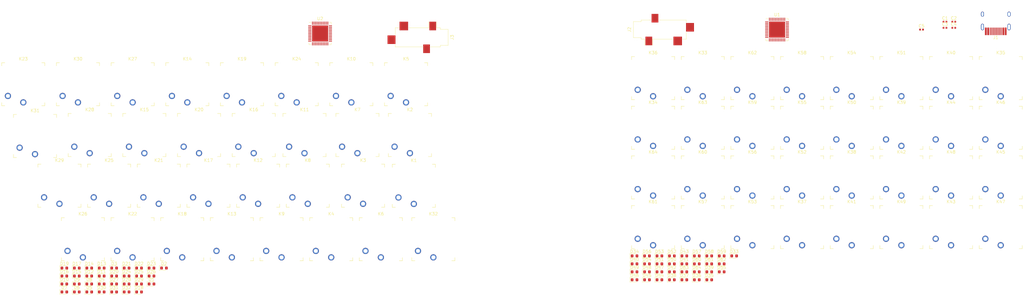
<source format=kicad_pcb>
(kicad_pcb (version 20171130) (host pcbnew "(5.1.10)-1")
  (layers (0 F.Cu signal) (31 B.Cu signal) (34 B.Paste user) (35 F.Paste user) (36 B.SilkS user) (37 F.SilkS user) (38 B.Mask user) (39 F.Mask user) (44 Edge.Cuts user))
  (net 0 "")
  (net 1 "Net-(D1-Pad2)")
  (net 2 "Net-(D2-Pad2)")
  (net 3 "Net-(D3-Pad2)")
  (net 4 "Net-(D4-Pad2)")
  (net 5 "Net-(D5-Pad2)")
  (net 6 "Net-(D6-Pad2)")
  (net 7 "Net-(D7-Pad2)")
  (net 8 "Net-(D8-Pad2)")
  (net 9 "Net-(C1-Pad2)")
  (net 10 "Net-(C1-Pad1)")
  (net 11 "Net-(C2-Pad2)")
  (net 12 "Net-(C2-Pad1)")
  (net 13 "Net-(C3-Pad2)")
  (net 14 "Net-(C3-Pad1)")
  (net 15 "Net-(C4-Pad2)")
  (net 16 "Net-(C4-Pad1)")
  (net 17 "Net-(C5-Pad2)")
  (net 18 "Net-(C5-Pad1)")
  (net 19 /row0_L)
  (net 20 /key_array/row1)
  (net 21 /key_array/row2)
  (net 22 /key_array/row3)
  (net 23 "Net-(D9-Pad2)")
  (net 24 "Net-(D10-Pad2)")
  (net 25 "Net-(D11-Pad2)")
  (net 26 "Net-(D12-Pad2)")
  (net 27 "Net-(D13-Pad2)")
  (net 28 "Net-(D14-Pad2)")
  (net 29 "Net-(D15-Pad2)")
  (net 30 "Net-(D16-Pad2)")
  (net 31 "Net-(D17-Pad2)")
  (net 32 "Net-(D18-Pad2)")
  (net 33 "Net-(D19-Pad2)")
  (net 34 "Net-(D20-Pad2)")
  (net 35 "Net-(D21-Pad2)")
  (net 36 "Net-(D22-Pad2)")
  (net 37 "Net-(D23-Pad2)")
  (net 38 "Net-(D24-Pad2)")
  (net 39 "Net-(D25-Pad2)")
  (net 40 "Net-(D26-Pad2)")
  (net 41 "Net-(D27-Pad2)")
  (net 42 "Net-(D28-Pad2)")
  (net 43 "Net-(D29-Pad2)")
  (net 44 "Net-(D30-Pad2)")
  (net 45 "Net-(D31-Pad2)")
  (net 46 "Net-(D32-Pad2)")
  (net 47 "Net-(D33-Pad2)")
  (net 48 /sheet61CCEED9/row0)
  (net 49 "Net-(D34-Pad2)")
  (net 50 /sheet61CCEED9/row1)
  (net 51 "Net-(D35-Pad2)")
  (net 52 /sheet61CCEED9/row2)
  (net 53 "Net-(D36-Pad2)")
  (net 54 /sheet61CCEED9/row3)
  (net 55 "Net-(D37-Pad2)")
  (net 56 "Net-(D38-Pad2)")
  (net 57 "Net-(D39-Pad2)")
  (net 58 "Net-(D40-Pad2)")
  (net 59 "Net-(D41-Pad2)")
  (net 60 "Net-(D42-Pad2)")
  (net 61 "Net-(D43-Pad2)")
  (net 62 "Net-(D44-Pad2)")
  (net 63 "Net-(D45-Pad2)")
  (net 64 "Net-(D46-Pad2)")
  (net 65 "Net-(D47-Pad2)")
  (net 66 "Net-(D48-Pad2)")
  (net 67 "Net-(D49-Pad2)")
  (net 68 "Net-(D50-Pad2)")
  (net 69 "Net-(D51-Pad2)")
  (net 70 "Net-(D52-Pad2)")
  (net 71 "Net-(D53-Pad2)")
  (net 72 "Net-(D54-Pad2)")
  (net 73 "Net-(D55-Pad2)")
  (net 74 "Net-(D56-Pad2)")
  (net 75 "Net-(D57-Pad2)")
  (net 76 "Net-(D58-Pad2)")
  (net 77 "Net-(D59-Pad2)")
  (net 78 "Net-(D60-Pad2)")
  (net 79 "Net-(D61-Pad2)")
  (net 80 "Net-(D62-Pad2)")
  (net 81 "Net-(D63-Pad2)")
  (net 82 "Net-(D64-Pad2)")
  (net 83 /key_array/col0)
  (net 84 /key_array/col1)
  (net 85 /key_array/col2)
  (net 86 /key_array/col3)
  (net 87 /key_array/col4)
  (net 88 /key_array/col5)
  (net 89 /key_array/col6)
  (net 90 /key_array/col7)
  (net 91 /sheet61CCEED9/col0)
  (net 92 /sheet61CCEED9/col1)
  (net 93 /sheet61CCEED9/col2)
  (net 94 /sheet61CCEED9/col3)
  (net 95 /sheet61CCEED9/col4)
  (net 96 /sheet61CCEED9/col5)
  (net 97 /sheet61CCEED9/col6)
  (net 98 /sheet61CCEED9/col7)
  (net 99 "Net-(U1-Pad15)")
  (net 100 "Net-(U1-Pad24)")
  (net 101 "Net-(U1-Pad42)")
  (net 102 "Net-(U1-Pad41)")
  (net 103 "Net-(U1-Pad40)")
  (net 104 "Net-(U1-Pad39)")
  (net 105 "Net-(U1-Pad38)")
  (net 106 "Net-(U1-Pad37)")
  (net 107 "Net-(U1-Pad36)")
  (net 108 "Net-(U1-Pad14)")
  (net 109 "Net-(U1-Pad33)")
  (net 110 "Net-(U1-Pad32)")
  (net 111 "Net-(U1-Pad31)")
  (net 112 "Net-(U1-Pad30)")
  (net 113 "Net-(U1-Pad29)")
  (net 114 "Net-(U1-Pad28)")
  (net 115 "Net-(U1-Pad27)")
  (net 116 "Net-(U1-Pad26)")
  (net 117 "Net-(U1-Pad25)")
  (net 118 "Net-(U1-Pad22)")
  (net 119 "Net-(U1-Pad21)")
  (net 120 "Net-(U1-Pad20)")
  (net 121 "Net-(U1-Pad19)")
  (net 122 "Net-(U1-Pad18)")
  (net 123 "Net-(U1-Pad17)")
  (net 124 "Net-(U1-Pad16)")
  (net 125 "Net-(U1-Pad13)")
  (net 126 "Net-(U1-Pad12)")
  (net 127 "Net-(U1-Pad11)")
  (net 128 "Net-(U1-Pad10)")
  (net 129 "Net-(U1-Pad9)")
  (net 130 "Net-(U1-Pad8)")
  (net 131 "Net-(U1-Pad7)")
  (net 132 "Net-(U1-Pad6)")
  (net 133 "Net-(U1-Pad5)")
  (net 134 "Net-(U1-Pad4)")
  (net 135 "Net-(U1-Pad3)")
  (net 136 "Net-(U1-Pad2)")
  (net 137 "Net-(U1-Pad1)")
  (net 138 "Net-(U2-Pad15)")
  (net 139 "Net-(U2-Pad24)")
  (net 140 "Net-(U2-Pad42)")
  (net 141 "Net-(U2-Pad41)")
  (net 142 "Net-(U2-Pad40)")
  (net 143 "Net-(U2-Pad39)")
  (net 144 "Net-(U2-Pad38)")
  (net 145 "Net-(U2-Pad37)")
  (net 146 "Net-(U2-Pad36)")
  (net 147 "Net-(U2-Pad14)")
  (net 148 "Net-(U2-Pad33)")
  (net 149 "Net-(U2-Pad32)")
  (net 150 "Net-(U2-Pad31)")
  (net 151 "Net-(U2-Pad30)")
  (net 152 "Net-(U2-Pad29)")
  (net 153 "Net-(U2-Pad28)")
  (net 154 "Net-(U2-Pad27)")
  (net 155 "Net-(U2-Pad26)")
  (net 156 "Net-(U2-Pad25)")
  (net 157 "Net-(U2-Pad22)")
  (net 158 "Net-(U2-Pad21)")
  (net 159 "Net-(U2-Pad20)")
  (net 160 "Net-(U2-Pad19)")
  (net 161 "Net-(U2-Pad18)")
  (net 162 "Net-(U2-Pad17)")
  (net 163 "Net-(U2-Pad16)")
  (net 164 "Net-(U2-Pad13)")
  (net 165 "Net-(U2-Pad12)")
  (net 166 "Net-(U2-Pad11)")
  (net 167 "Net-(U2-Pad10)")
  (net 168 "Net-(U2-Pad9)")
  (net 169 "Net-(U2-Pad7)")
  (net 170 "Net-(U2-Pad6)")
  (net 171 "Net-(U2-Pad5)")
  (net 172 "Net-(U2-Pad4)")
  (net 173 "Net-(U2-Pad3)")
  (net 174 "Net-(U2-Pad2)")
  (net 175 "Net-(U2-Pad1)")
  (module Package_DFN_QFN:QFN-44-1EP_7x7mm_P0.5mm_EP5.2x5.2mm (layer F.Cu) (at 82.55 36.83)
    (fp_text reference U2 (at 0 -4.82) (layer F.SilkS))
    (fp_text value ATmega32U4-MU)
    (pad 45 smd rect (at 0 0) (size 5.2 5.2) (layers F.Cu F.Mask) (net 138 "Net-(U2-Pad15)"))
    (pad 44 smd roundrect (at -2.5 -3.3375) (size 0.25 1.075) (layers F.Cu F.Paste F.Mask) (net 139 "Net-(U2-Pad24)"))
    (pad 43 smd roundrect (at -2 -3.3375) (size 0.25 1.075) (layers F.Cu F.Paste F.Mask) (net 138 "Net-(U2-Pad15)"))
    (pad 42 smd roundrect (at -1.5 -3.3375) (size 0.25 1.075) (layers F.Cu F.Paste F.Mask) (net 140 "Net-(U2-Pad42)"))
    (pad 41 smd roundrect (at -1 -3.3375) (size 0.25 1.075) (layers F.Cu F.Paste F.Mask) (net 141 "Net-(U2-Pad41)"))
    (pad 40 smd roundrect (at -0.5 -3.3375) (size 0.25 1.075) (layers F.Cu F.Paste F.Mask) (net 142 "Net-(U2-Pad40)"))
    (pad 39 smd roundrect (at 0 -3.3375) (size 0.25 1.075) (layers F.Cu F.Paste F.Mask) (net 143 "Net-(U2-Pad39)"))
    (pad 38 smd roundrect (at 0.5 -3.3375) (size 0.25 1.075) (layers F.Cu F.Paste F.Mask) (net 144 "Net-(U2-Pad38)"))
    (pad 37 smd roundrect (at 1 -3.3375) (size 0.25 1.075) (layers F.Cu F.Paste F.Mask) (net 145 "Net-(U2-Pad37)"))
    (pad 36 smd roundrect (at 1.5 -3.3375) (size 0.25 1.075) (layers F.Cu F.Paste F.Mask) (net 146 "Net-(U2-Pad36)"))
    (pad 35 smd roundrect (at 2 -3.3375) (size 0.25 1.075) (layers F.Cu F.Paste F.Mask) (net 138 "Net-(U2-Pad15)"))
    (pad 34 smd roundrect (at 2.5 -3.3375) (size 0.25 1.075) (layers F.Cu F.Paste F.Mask) (net 147 "Net-(U2-Pad14)"))
    (pad 33 smd roundrect (at 3.3375 -2.5) (size 1.075 0.25) (layers F.Cu F.Paste F.Mask) (net 148 "Net-(U2-Pad33)"))
    (pad 32 smd roundrect (at 3.3375 -2) (size 1.075 0.25) (layers F.Cu F.Paste F.Mask) (net 149 "Net-(U2-Pad32)"))
    (pad 31 smd roundrect (at 3.3375 -1.5) (size 1.075 0.25) (layers F.Cu F.Paste F.Mask) (net 150 "Net-(U2-Pad31)"))
    (pad 30 smd roundrect (at 3.3375 -1) (size 1.075 0.25) (layers F.Cu F.Paste F.Mask) (net 151 "Net-(U2-Pad30)"))
    (pad 29 smd roundrect (at 3.3375 -0.5) (size 1.075 0.25) (layers F.Cu F.Paste F.Mask) (net 152 "Net-(U2-Pad29)"))
    (pad 28 smd roundrect (at 3.3375 0) (size 1.075 0.25) (layers F.Cu F.Paste F.Mask) (net 153 "Net-(U2-Pad28)"))
    (pad 27 smd roundrect (at 3.3375 0.5) (size 1.075 0.25) (layers F.Cu F.Paste F.Mask) (net 154 "Net-(U2-Pad27)"))
    (pad 26 smd roundrect (at 3.3375 1) (size 1.075 0.25) (layers F.Cu F.Paste F.Mask) (net 155 "Net-(U2-Pad26)"))
    (pad 25 smd roundrect (at 3.3375 1.5) (size 1.075 0.25) (layers F.Cu F.Paste F.Mask) (net 156 "Net-(U2-Pad25)"))
    (pad 24 smd roundrect (at 3.3375 2) (size 1.075 0.25) (layers F.Cu F.Paste F.Mask) (net 139 "Net-(U2-Pad24)"))
    (pad 23 smd roundrect (at 3.3375 2.5) (size 1.075 0.25) (layers F.Cu F.Paste F.Mask) (net 138 "Net-(U2-Pad15)"))
    (pad 22 smd roundrect (at 2.5 3.3375) (size 0.25 1.075) (layers F.Cu F.Paste F.Mask) (net 157 "Net-(U2-Pad22)"))
    (pad 21 smd roundrect (at 2 3.3375) (size 0.25 1.075) (layers F.Cu F.Paste F.Mask) (net 158 "Net-(U2-Pad21)"))
    (pad 20 smd roundrect (at 1.5 3.3375) (size 0.25 1.075) (layers F.Cu F.Paste F.Mask) (net 159 "Net-(U2-Pad20)"))
    (pad 19 smd roundrect (at 1 3.3375) (size 0.25 1.075) (layers F.Cu F.Paste F.Mask) (net 160 "Net-(U2-Pad19)"))
    (pad 18 smd roundrect (at 0.5 3.3375) (size 0.25 1.075) (layers F.Cu F.Paste F.Mask) (net 161 "Net-(U2-Pad18)"))
    (pad 17 smd roundrect (at 0 3.3375) (size 0.25 1.075) (layers F.Cu F.Paste F.Mask) (net 162 "Net-(U2-Pad17)"))
    (pad 16 smd roundrect (at -0.5 3.3375) (size 0.25 1.075) (layers F.Cu F.Paste F.Mask) (net 163 "Net-(U2-Pad16)"))
    (pad 15 smd roundrect (at -1 3.3375) (size 0.25 1.075) (layers F.Cu F.Paste F.Mask) (net 138 "Net-(U2-Pad15)"))
    (pad 14 smd roundrect (at -1.5 3.3375) (size 0.25 1.075) (layers F.Cu F.Paste F.Mask) (net 147 "Net-(U2-Pad14)"))
    (pad 13 smd roundrect (at -2 3.3375) (size 0.25 1.075) (layers F.Cu F.Paste F.Mask) (net 164 "Net-(U2-Pad13)"))
    (pad 12 smd roundrect (at -2.5 3.3375) (size 0.25 1.075) (layers F.Cu F.Paste F.Mask) (net 165 "Net-(U2-Pad12)"))
    (pad 11 smd roundrect (at -3.3375 2.5) (size 1.075 0.25) (layers F.Cu F.Paste F.Mask) (net 166 "Net-(U2-Pad11)"))
    (pad 10 smd roundrect (at -3.3375 2) (size 1.075 0.25) (layers F.Cu F.Paste F.Mask) (net 167 "Net-(U2-Pad10)"))
    (pad 9 smd roundrect (at -3.3375 1.5) (size 1.075 0.25) (layers F.Cu F.Paste F.Mask) (net 168 "Net-(U2-Pad9)"))
    (pad 8 smd roundrect (at -3.3375 1) (size 1.075 0.25) (layers F.Cu F.Paste F.Mask) (net 19 /row0_L))
    (pad 7 smd roundrect (at -3.3375 0.5) (size 1.075 0.25) (layers F.Cu F.Paste F.Mask) (net 169 "Net-(U2-Pad7)"))
    (pad 6 smd roundrect (at -3.3375 0) (size 1.075 0.25) (layers F.Cu F.Paste F.Mask) (net 170 "Net-(U2-Pad6)"))
    (pad 5 smd roundrect (at -3.3375 -0.5) (size 1.075 0.25) (layers F.Cu F.Paste F.Mask) (net 171 "Net-(U2-Pad5)"))
    (pad 4 smd roundrect (at -3.3375 -1) (size 1.075 0.25) (layers F.Cu F.Paste F.Mask) (net 172 "Net-(U2-Pad4)"))
    (pad 3 smd roundrect (at -3.3375 -1.5) (size 1.075 0.25) (layers F.Cu F.Paste F.Mask) (net 173 "Net-(U2-Pad3)"))
    (pad 2 smd roundrect (at -3.3375 -2) (size 1.075 0.25) (layers F.Cu F.Paste F.Mask) (net 174 "Net-(U2-Pad2)"))
    (pad 1 smd roundrect (at -3.3375 -2.5) (size 1.075 0.25) (layers F.Cu F.Paste F.Mask) (net 175 "Net-(U2-Pad1)"))
  )
  (module Package_DFN_QFN:QFN-44-1EP_7x7mm_P0.5mm_EP5.2x5.2mm (layer F.Cu) (at 231.14 35.56)
    (fp_text reference U1 (at 0 -4.82) (layer F.SilkS))
    (fp_text value ATmega32U4-MU)
    (pad 45 smd rect (at 0 0) (size 5.2 5.2) (layers F.Cu F.Mask) (net 99 "Net-(U1-Pad15)"))
    (pad 44 smd roundrect (at -2.5 -3.3375) (size 0.25 1.075) (layers F.Cu F.Paste F.Mask) (net 100 "Net-(U1-Pad24)"))
    (pad 43 smd roundrect (at -2 -3.3375) (size 0.25 1.075) (layers F.Cu F.Paste F.Mask) (net 99 "Net-(U1-Pad15)"))
    (pad 42 smd roundrect (at -1.5 -3.3375) (size 0.25 1.075) (layers F.Cu F.Paste F.Mask) (net 101 "Net-(U1-Pad42)"))
    (pad 41 smd roundrect (at -1 -3.3375) (size 0.25 1.075) (layers F.Cu F.Paste F.Mask) (net 102 "Net-(U1-Pad41)"))
    (pad 40 smd roundrect (at -0.5 -3.3375) (size 0.25 1.075) (layers F.Cu F.Paste F.Mask) (net 103 "Net-(U1-Pad40)"))
    (pad 39 smd roundrect (at 0 -3.3375) (size 0.25 1.075) (layers F.Cu F.Paste F.Mask) (net 104 "Net-(U1-Pad39)"))
    (pad 38 smd roundrect (at 0.5 -3.3375) (size 0.25 1.075) (layers F.Cu F.Paste F.Mask) (net 105 "Net-(U1-Pad38)"))
    (pad 37 smd roundrect (at 1 -3.3375) (size 0.25 1.075) (layers F.Cu F.Paste F.Mask) (net 106 "Net-(U1-Pad37)"))
    (pad 36 smd roundrect (at 1.5 -3.3375) (size 0.25 1.075) (layers F.Cu F.Paste F.Mask) (net 107 "Net-(U1-Pad36)"))
    (pad 35 smd roundrect (at 2 -3.3375) (size 0.25 1.075) (layers F.Cu F.Paste F.Mask) (net 99 "Net-(U1-Pad15)"))
    (pad 34 smd roundrect (at 2.5 -3.3375) (size 0.25 1.075) (layers F.Cu F.Paste F.Mask) (net 108 "Net-(U1-Pad14)"))
    (pad 33 smd roundrect (at 3.3375 -2.5) (size 1.075 0.25) (layers F.Cu F.Paste F.Mask) (net 109 "Net-(U1-Pad33)"))
    (pad 32 smd roundrect (at 3.3375 -2) (size 1.075 0.25) (layers F.Cu F.Paste F.Mask) (net 110 "Net-(U1-Pad32)"))
    (pad 31 smd roundrect (at 3.3375 -1.5) (size 1.075 0.25) (layers F.Cu F.Paste F.Mask) (net 111 "Net-(U1-Pad31)"))
    (pad 30 smd roundrect (at 3.3375 -1) (size 1.075 0.25) (layers F.Cu F.Paste F.Mask) (net 112 "Net-(U1-Pad30)"))
    (pad 29 smd roundrect (at 3.3375 -0.5) (size 1.075 0.25) (layers F.Cu F.Paste F.Mask) (net 113 "Net-(U1-Pad29)"))
    (pad 28 smd roundrect (at 3.3375 0) (size 1.075 0.25) (layers F.Cu F.Paste F.Mask) (net 114 "Net-(U1-Pad28)"))
    (pad 27 smd roundrect (at 3.3375 0.5) (size 1.075 0.25) (layers F.Cu F.Paste F.Mask) (net 115 "Net-(U1-Pad27)"))
    (pad 26 smd roundrect (at 3.3375 1) (size 1.075 0.25) (layers F.Cu F.Paste F.Mask) (net 116 "Net-(U1-Pad26)"))
    (pad 25 smd roundrect (at 3.3375 1.5) (size 1.075 0.25) (layers F.Cu F.Paste F.Mask) (net 117 "Net-(U1-Pad25)"))
    (pad 24 smd roundrect (at 3.3375 2) (size 1.075 0.25) (layers F.Cu F.Paste F.Mask) (net 100 "Net-(U1-Pad24)"))
    (pad 23 smd roundrect (at 3.3375 2.5) (size 1.075 0.25) (layers F.Cu F.Paste F.Mask) (net 99 "Net-(U1-Pad15)"))
    (pad 22 smd roundrect (at 2.5 3.3375) (size 0.25 1.075) (layers F.Cu F.Paste F.Mask) (net 118 "Net-(U1-Pad22)"))
    (pad 21 smd roundrect (at 2 3.3375) (size 0.25 1.075) (layers F.Cu F.Paste F.Mask) (net 119 "Net-(U1-Pad21)"))
    (pad 20 smd roundrect (at 1.5 3.3375) (size 0.25 1.075) (layers F.Cu F.Paste F.Mask) (net 120 "Net-(U1-Pad20)"))
    (pad 19 smd roundrect (at 1 3.3375) (size 0.25 1.075) (layers F.Cu F.Paste F.Mask) (net 121 "Net-(U1-Pad19)"))
    (pad 18 smd roundrect (at 0.5 3.3375) (size 0.25 1.075) (layers F.Cu F.Paste F.Mask) (net 122 "Net-(U1-Pad18)"))
    (pad 17 smd roundrect (at 0 3.3375) (size 0.25 1.075) (layers F.Cu F.Paste F.Mask) (net 123 "Net-(U1-Pad17)"))
    (pad 16 smd roundrect (at -0.5 3.3375) (size 0.25 1.075) (layers F.Cu F.Paste F.Mask) (net 124 "Net-(U1-Pad16)"))
    (pad 15 smd roundrect (at -1 3.3375) (size 0.25 1.075) (layers F.Cu F.Paste F.Mask) (net 99 "Net-(U1-Pad15)"))
    (pad 14 smd roundrect (at -1.5 3.3375) (size 0.25 1.075) (layers F.Cu F.Paste F.Mask) (net 108 "Net-(U1-Pad14)"))
    (pad 13 smd roundrect (at -2 3.3375) (size 0.25 1.075) (layers F.Cu F.Paste F.Mask) (net 125 "Net-(U1-Pad13)"))
    (pad 12 smd roundrect (at -2.5 3.3375) (size 0.25 1.075) (layers F.Cu F.Paste F.Mask) (net 126 "Net-(U1-Pad12)"))
    (pad 11 smd roundrect (at -3.3375 2.5) (size 1.075 0.25) (layers F.Cu F.Paste F.Mask) (net 127 "Net-(U1-Pad11)"))
    (pad 10 smd roundrect (at -3.3375 2) (size 1.075 0.25) (layers F.Cu F.Paste F.Mask) (net 128 "Net-(U1-Pad10)"))
    (pad 9 smd roundrect (at -3.3375 1.5) (size 1.075 0.25) (layers F.Cu F.Paste F.Mask) (net 129 "Net-(U1-Pad9)"))
    (pad 8 smd roundrect (at -3.3375 1) (size 1.075 0.25) (layers F.Cu F.Paste F.Mask) (net 130 "Net-(U1-Pad8)"))
    (pad 7 smd roundrect (at -3.3375 0.5) (size 1.075 0.25) (layers F.Cu F.Paste F.Mask) (net 131 "Net-(U1-Pad7)"))
    (pad 6 smd roundrect (at -3.3375 0) (size 1.075 0.25) (layers F.Cu F.Paste F.Mask) (net 132 "Net-(U1-Pad6)"))
    (pad 5 smd roundrect (at -3.3375 -0.5) (size 1.075 0.25) (layers F.Cu F.Paste F.Mask) (net 133 "Net-(U1-Pad5)"))
    (pad 4 smd roundrect (at -3.3375 -1) (size 1.075 0.25) (layers F.Cu F.Paste F.Mask) (net 134 "Net-(U1-Pad4)"))
    (pad 3 smd roundrect (at -3.3375 -1.5) (size 1.075 0.25) (layers F.Cu F.Paste F.Mask) (net 135 "Net-(U1-Pad3)"))
    (pad 2 smd roundrect (at -3.3375 -2) (size 1.075 0.25) (layers F.Cu F.Paste F.Mask) (net 136 "Net-(U1-Pad2)"))
    (pad 1 smd roundrect (at -3.3375 -2.5) (size 1.075 0.25) (layers F.Cu F.Paste F.Mask) (net 137 "Net-(U1-Pad1)"))
  )
  (module keyswitches:SW_PG1350 (layer F.Cu) (at 190.83 83.64)
    (fp_text reference K64 (at 0 -8.255) (layer F.SilkS))
    (fp_text value KEYSW)
    (pad "" np_thru_hole circle (at -5.5 0) (size 1.7018 1.7018) (drill 1.7018) (layers *.Cu *.Mask))
    (pad "" np_thru_hole circle (at 5.5 0) (size 1.7018 1.7018) (drill 1.7018) (layers *.Cu *.Mask))
    (pad "" np_thru_hole circle (at 5.22 -4.2) (size 0.9906 0.9906) (drill 0.9906) (layers *.Cu *.Mask))
    (pad 1 thru_hole circle (at 0 5.9) (size 2.032 2.032) (drill 1.27) (layers *.Cu *.Mask) (net 98 /sheet61CCEED9/col7))
    (pad 2 thru_hole circle (at -5 3.8) (size 2.032 2.032) (drill 1.27) (layers *.Cu *.Mask) (net 82 "Net-(D64-Pad2)"))
    (pad "" np_thru_hole circle (at 0 0) (size 3.429 3.429) (drill 3.429) (layers *.Cu *.Mask))
  )
  (module keyswitches:SW_PG1350 (layer F.Cu) (at 206.98 67.49)
    (fp_text reference K63 (at 0 -8.255) (layer F.SilkS))
    (fp_text value KEYSW)
    (pad "" np_thru_hole circle (at -5.5 0) (size 1.7018 1.7018) (drill 1.7018) (layers *.Cu *.Mask))
    (pad "" np_thru_hole circle (at 5.5 0) (size 1.7018 1.7018) (drill 1.7018) (layers *.Cu *.Mask))
    (pad "" np_thru_hole circle (at 5.22 -4.2) (size 0.9906 0.9906) (drill 0.9906) (layers *.Cu *.Mask))
    (pad 1 thru_hole circle (at 0 5.9) (size 2.032 2.032) (drill 1.27) (layers *.Cu *.Mask) (net 98 /sheet61CCEED9/col7))
    (pad 2 thru_hole circle (at -5 3.8) (size 2.032 2.032) (drill 1.27) (layers *.Cu *.Mask) (net 81 "Net-(D63-Pad2)"))
    (pad "" np_thru_hole circle (at 0 0) (size 3.429 3.429) (drill 3.429) (layers *.Cu *.Mask))
  )
  (module keyswitches:SW_PG1350 (layer F.Cu) (at 223.13 51.34)
    (fp_text reference K62 (at 0 -8.255) (layer F.SilkS))
    (fp_text value KEYSW)
    (pad "" np_thru_hole circle (at -5.5 0) (size 1.7018 1.7018) (drill 1.7018) (layers *.Cu *.Mask))
    (pad "" np_thru_hole circle (at 5.5 0) (size 1.7018 1.7018) (drill 1.7018) (layers *.Cu *.Mask))
    (pad "" np_thru_hole circle (at 5.22 -4.2) (size 0.9906 0.9906) (drill 0.9906) (layers *.Cu *.Mask))
    (pad 1 thru_hole circle (at 0 5.9) (size 2.032 2.032) (drill 1.27) (layers *.Cu *.Mask) (net 98 /sheet61CCEED9/col7))
    (pad 2 thru_hole circle (at -5 3.8) (size 2.032 2.032) (drill 1.27) (layers *.Cu *.Mask) (net 80 "Net-(D62-Pad2)"))
    (pad "" np_thru_hole circle (at 0 0) (size 3.429 3.429) (drill 3.429) (layers *.Cu *.Mask))
  )
  (module keyswitches:SW_PG1350 (layer F.Cu) (at 190.83 99.79)
    (fp_text reference K61 (at 0 -8.255) (layer F.SilkS))
    (fp_text value KEYSW)
    (pad "" np_thru_hole circle (at -5.5 0) (size 1.7018 1.7018) (drill 1.7018) (layers *.Cu *.Mask))
    (pad "" np_thru_hole circle (at 5.5 0) (size 1.7018 1.7018) (drill 1.7018) (layers *.Cu *.Mask))
    (pad "" np_thru_hole circle (at 5.22 -4.2) (size 0.9906 0.9906) (drill 0.9906) (layers *.Cu *.Mask))
    (pad 1 thru_hole circle (at 0 5.9) (size 2.032 2.032) (drill 1.27) (layers *.Cu *.Mask) (net 98 /sheet61CCEED9/col7))
    (pad 2 thru_hole circle (at -5 3.8) (size 2.032 2.032) (drill 1.27) (layers *.Cu *.Mask) (net 79 "Net-(D61-Pad2)"))
    (pad "" np_thru_hole circle (at 0 0) (size 3.429 3.429) (drill 3.429) (layers *.Cu *.Mask))
  )
  (module keyswitches:SW_PG1350 (layer F.Cu) (at 206.98 83.64)
    (fp_text reference K60 (at 0 -8.255) (layer F.SilkS))
    (fp_text value KEYSW)
    (pad "" np_thru_hole circle (at -5.5 0) (size 1.7018 1.7018) (drill 1.7018) (layers *.Cu *.Mask))
    (pad "" np_thru_hole circle (at 5.5 0) (size 1.7018 1.7018) (drill 1.7018) (layers *.Cu *.Mask))
    (pad "" np_thru_hole circle (at 5.22 -4.2) (size 0.9906 0.9906) (drill 0.9906) (layers *.Cu *.Mask))
    (pad 1 thru_hole circle (at 0 5.9) (size 2.032 2.032) (drill 1.27) (layers *.Cu *.Mask) (net 97 /sheet61CCEED9/col6))
    (pad 2 thru_hole circle (at -5 3.8) (size 2.032 2.032) (drill 1.27) (layers *.Cu *.Mask) (net 78 "Net-(D60-Pad2)"))
    (pad "" np_thru_hole circle (at 0 0) (size 3.429 3.429) (drill 3.429) (layers *.Cu *.Mask))
  )
  (module keyswitches:SW_PG1350 (layer F.Cu) (at 223.13 67.49)
    (fp_text reference K59 (at 0 -8.255) (layer F.SilkS))
    (fp_text value KEYSW)
    (pad "" np_thru_hole circle (at -5.5 0) (size 1.7018 1.7018) (drill 1.7018) (layers *.Cu *.Mask))
    (pad "" np_thru_hole circle (at 5.5 0) (size 1.7018 1.7018) (drill 1.7018) (layers *.Cu *.Mask))
    (pad "" np_thru_hole circle (at 5.22 -4.2) (size 0.9906 0.9906) (drill 0.9906) (layers *.Cu *.Mask))
    (pad 1 thru_hole circle (at 0 5.9) (size 2.032 2.032) (drill 1.27) (layers *.Cu *.Mask) (net 97 /sheet61CCEED9/col6))
    (pad 2 thru_hole circle (at -5 3.8) (size 2.032 2.032) (drill 1.27) (layers *.Cu *.Mask) (net 77 "Net-(D59-Pad2)"))
    (pad "" np_thru_hole circle (at 0 0) (size 3.429 3.429) (drill 3.429) (layers *.Cu *.Mask))
  )
  (module keyswitches:SW_PG1350 (layer F.Cu) (at 239.28 51.34)
    (fp_text reference K58 (at 0 -8.255) (layer F.SilkS))
    (fp_text value KEYSW)
    (pad "" np_thru_hole circle (at -5.5 0) (size 1.7018 1.7018) (drill 1.7018) (layers *.Cu *.Mask))
    (pad "" np_thru_hole circle (at 5.5 0) (size 1.7018 1.7018) (drill 1.7018) (layers *.Cu *.Mask))
    (pad "" np_thru_hole circle (at 5.22 -4.2) (size 0.9906 0.9906) (drill 0.9906) (layers *.Cu *.Mask))
    (pad 1 thru_hole circle (at 0 5.9) (size 2.032 2.032) (drill 1.27) (layers *.Cu *.Mask) (net 97 /sheet61CCEED9/col6))
    (pad 2 thru_hole circle (at -5 3.8) (size 2.032 2.032) (drill 1.27) (layers *.Cu *.Mask) (net 76 "Net-(D58-Pad2)"))
    (pad "" np_thru_hole circle (at 0 0) (size 3.429 3.429) (drill 3.429) (layers *.Cu *.Mask))
  )
  (module keyswitches:SW_PG1350 (layer F.Cu) (at 206.98 99.79)
    (fp_text reference K57 (at 0 -8.255) (layer F.SilkS))
    (fp_text value KEYSW)
    (pad "" np_thru_hole circle (at -5.5 0) (size 1.7018 1.7018) (drill 1.7018) (layers *.Cu *.Mask))
    (pad "" np_thru_hole circle (at 5.5 0) (size 1.7018 1.7018) (drill 1.7018) (layers *.Cu *.Mask))
    (pad "" np_thru_hole circle (at 5.22 -4.2) (size 0.9906 0.9906) (drill 0.9906) (layers *.Cu *.Mask))
    (pad 1 thru_hole circle (at 0 5.9) (size 2.032 2.032) (drill 1.27) (layers *.Cu *.Mask) (net 97 /sheet61CCEED9/col6))
    (pad 2 thru_hole circle (at -5 3.8) (size 2.032 2.032) (drill 1.27) (layers *.Cu *.Mask) (net 75 "Net-(D57-Pad2)"))
    (pad "" np_thru_hole circle (at 0 0) (size 3.429 3.429) (drill 3.429) (layers *.Cu *.Mask))
  )
  (module keyswitches:SW_PG1350 (layer F.Cu) (at 223.13 83.64)
    (fp_text reference K56 (at 0 -8.255) (layer F.SilkS))
    (fp_text value KEYSW)
    (pad "" np_thru_hole circle (at -5.5 0) (size 1.7018 1.7018) (drill 1.7018) (layers *.Cu *.Mask))
    (pad "" np_thru_hole circle (at 5.5 0) (size 1.7018 1.7018) (drill 1.7018) (layers *.Cu *.Mask))
    (pad "" np_thru_hole circle (at 5.22 -4.2) (size 0.9906 0.9906) (drill 0.9906) (layers *.Cu *.Mask))
    (pad 1 thru_hole circle (at 0 5.9) (size 2.032 2.032) (drill 1.27) (layers *.Cu *.Mask) (net 96 /sheet61CCEED9/col5))
    (pad 2 thru_hole circle (at -5 3.8) (size 2.032 2.032) (drill 1.27) (layers *.Cu *.Mask) (net 74 "Net-(D56-Pad2)"))
    (pad "" np_thru_hole circle (at 0 0) (size 3.429 3.429) (drill 3.429) (layers *.Cu *.Mask))
  )
  (module keyswitches:SW_PG1350 (layer F.Cu) (at 239.28 67.49)
    (fp_text reference K55 (at 0 -8.255) (layer F.SilkS))
    (fp_text value KEYSW)
    (pad "" np_thru_hole circle (at -5.5 0) (size 1.7018 1.7018) (drill 1.7018) (layers *.Cu *.Mask))
    (pad "" np_thru_hole circle (at 5.5 0) (size 1.7018 1.7018) (drill 1.7018) (layers *.Cu *.Mask))
    (pad "" np_thru_hole circle (at 5.22 -4.2) (size 0.9906 0.9906) (drill 0.9906) (layers *.Cu *.Mask))
    (pad 1 thru_hole circle (at 0 5.9) (size 2.032 2.032) (drill 1.27) (layers *.Cu *.Mask) (net 96 /sheet61CCEED9/col5))
    (pad 2 thru_hole circle (at -5 3.8) (size 2.032 2.032) (drill 1.27) (layers *.Cu *.Mask) (net 73 "Net-(D55-Pad2)"))
    (pad "" np_thru_hole circle (at 0 0) (size 3.429 3.429) (drill 3.429) (layers *.Cu *.Mask))
  )
  (module keyswitches:SW_PG1350 (layer F.Cu) (at 255.43 51.34)
    (fp_text reference K54 (at 0 -8.255) (layer F.SilkS))
    (fp_text value KEYSW)
    (pad "" np_thru_hole circle (at -5.5 0) (size 1.7018 1.7018) (drill 1.7018) (layers *.Cu *.Mask))
    (pad "" np_thru_hole circle (at 5.5 0) (size 1.7018 1.7018) (drill 1.7018) (layers *.Cu *.Mask))
    (pad "" np_thru_hole circle (at 5.22 -4.2) (size 0.9906 0.9906) (drill 0.9906) (layers *.Cu *.Mask))
    (pad 1 thru_hole circle (at 0 5.9) (size 2.032 2.032) (drill 1.27) (layers *.Cu *.Mask) (net 96 /sheet61CCEED9/col5))
    (pad 2 thru_hole circle (at -5 3.8) (size 2.032 2.032) (drill 1.27) (layers *.Cu *.Mask) (net 72 "Net-(D54-Pad2)"))
    (pad "" np_thru_hole circle (at 0 0) (size 3.429 3.429) (drill 3.429) (layers *.Cu *.Mask))
  )
  (module keyswitches:SW_PG1350 (layer F.Cu) (at 223.13 99.79)
    (fp_text reference K53 (at 0 -8.255) (layer F.SilkS))
    (fp_text value KEYSW)
    (pad "" np_thru_hole circle (at -5.5 0) (size 1.7018 1.7018) (drill 1.7018) (layers *.Cu *.Mask))
    (pad "" np_thru_hole circle (at 5.5 0) (size 1.7018 1.7018) (drill 1.7018) (layers *.Cu *.Mask))
    (pad "" np_thru_hole circle (at 5.22 -4.2) (size 0.9906 0.9906) (drill 0.9906) (layers *.Cu *.Mask))
    (pad 1 thru_hole circle (at 0 5.9) (size 2.032 2.032) (drill 1.27) (layers *.Cu *.Mask) (net 96 /sheet61CCEED9/col5))
    (pad 2 thru_hole circle (at -5 3.8) (size 2.032 2.032) (drill 1.27) (layers *.Cu *.Mask) (net 71 "Net-(D53-Pad2)"))
    (pad "" np_thru_hole circle (at 0 0) (size 3.429 3.429) (drill 3.429) (layers *.Cu *.Mask))
  )
  (module keyswitches:SW_PG1350 (layer F.Cu) (at 239.28 83.64)
    (fp_text reference K52 (at 0 -8.255) (layer F.SilkS))
    (fp_text value KEYSW)
    (pad "" np_thru_hole circle (at -5.5 0) (size 1.7018 1.7018) (drill 1.7018) (layers *.Cu *.Mask))
    (pad "" np_thru_hole circle (at 5.5 0) (size 1.7018 1.7018) (drill 1.7018) (layers *.Cu *.Mask))
    (pad "" np_thru_hole circle (at 5.22 -4.2) (size 0.9906 0.9906) (drill 0.9906) (layers *.Cu *.Mask))
    (pad 1 thru_hole circle (at 0 5.9) (size 2.032 2.032) (drill 1.27) (layers *.Cu *.Mask) (net 95 /sheet61CCEED9/col4))
    (pad 2 thru_hole circle (at -5 3.8) (size 2.032 2.032) (drill 1.27) (layers *.Cu *.Mask) (net 70 "Net-(D52-Pad2)"))
    (pad "" np_thru_hole circle (at 0 0) (size 3.429 3.429) (drill 3.429) (layers *.Cu *.Mask))
  )
  (module keyswitches:SW_PG1350 (layer F.Cu) (at 271.58 51.34)
    (fp_text reference K51 (at 0 -8.255) (layer F.SilkS))
    (fp_text value KEYSW)
    (pad "" np_thru_hole circle (at -5.5 0) (size 1.7018 1.7018) (drill 1.7018) (layers *.Cu *.Mask))
    (pad "" np_thru_hole circle (at 5.5 0) (size 1.7018 1.7018) (drill 1.7018) (layers *.Cu *.Mask))
    (pad "" np_thru_hole circle (at 5.22 -4.2) (size 0.9906 0.9906) (drill 0.9906) (layers *.Cu *.Mask))
    (pad 1 thru_hole circle (at 0 5.9) (size 2.032 2.032) (drill 1.27) (layers *.Cu *.Mask) (net 95 /sheet61CCEED9/col4))
    (pad 2 thru_hole circle (at -5 3.8) (size 2.032 2.032) (drill 1.27) (layers *.Cu *.Mask) (net 69 "Net-(D51-Pad2)"))
    (pad "" np_thru_hole circle (at 0 0) (size 3.429 3.429) (drill 3.429) (layers *.Cu *.Mask))
  )
  (module keyswitches:SW_PG1350 (layer F.Cu) (at 255.43 67.49)
    (fp_text reference K50 (at 0 -8.255) (layer F.SilkS))
    (fp_text value KEYSW)
    (pad "" np_thru_hole circle (at -5.5 0) (size 1.7018 1.7018) (drill 1.7018) (layers *.Cu *.Mask))
    (pad "" np_thru_hole circle (at 5.5 0) (size 1.7018 1.7018) (drill 1.7018) (layers *.Cu *.Mask))
    (pad "" np_thru_hole circle (at 5.22 -4.2) (size 0.9906 0.9906) (drill 0.9906) (layers *.Cu *.Mask))
    (pad 1 thru_hole circle (at 0 5.9) (size 2.032 2.032) (drill 1.27) (layers *.Cu *.Mask) (net 95 /sheet61CCEED9/col4))
    (pad 2 thru_hole circle (at -5 3.8) (size 2.032 2.032) (drill 1.27) (layers *.Cu *.Mask) (net 68 "Net-(D50-Pad2)"))
    (pad "" np_thru_hole circle (at 0 0) (size 3.429 3.429) (drill 3.429) (layers *.Cu *.Mask))
  )
  (module keyswitches:SW_PG1350 (layer F.Cu) (at 271.58 99.79)
    (fp_text reference K49 (at 0 -8.255) (layer F.SilkS))
    (fp_text value KEYSW)
    (pad "" np_thru_hole circle (at -5.5 0) (size 1.7018 1.7018) (drill 1.7018) (layers *.Cu *.Mask))
    (pad "" np_thru_hole circle (at 5.5 0) (size 1.7018 1.7018) (drill 1.7018) (layers *.Cu *.Mask))
    (pad "" np_thru_hole circle (at 5.22 -4.2) (size 0.9906 0.9906) (drill 0.9906) (layers *.Cu *.Mask))
    (pad 1 thru_hole circle (at 0 5.9) (size 2.032 2.032) (drill 1.27) (layers *.Cu *.Mask) (net 95 /sheet61CCEED9/col4))
    (pad 2 thru_hole circle (at -5 3.8) (size 2.032 2.032) (drill 1.27) (layers *.Cu *.Mask) (net 67 "Net-(D49-Pad2)"))
    (pad "" np_thru_hole circle (at 0 0) (size 3.429 3.429) (drill 3.429) (layers *.Cu *.Mask))
  )
  (module keyswitches:SW_PG1350 (layer F.Cu) (at 287.73 83.64)
    (fp_text reference K48 (at 0 -8.255) (layer F.SilkS))
    (fp_text value KEYSW)
    (pad "" np_thru_hole circle (at -5.5 0) (size 1.7018 1.7018) (drill 1.7018) (layers *.Cu *.Mask))
    (pad "" np_thru_hole circle (at 5.5 0) (size 1.7018 1.7018) (drill 1.7018) (layers *.Cu *.Mask))
    (pad "" np_thru_hole circle (at 5.22 -4.2) (size 0.9906 0.9906) (drill 0.9906) (layers *.Cu *.Mask))
    (pad 1 thru_hole circle (at 0 5.9) (size 2.032 2.032) (drill 1.27) (layers *.Cu *.Mask) (net 94 /sheet61CCEED9/col3))
    (pad 2 thru_hole circle (at -5 3.8) (size 2.032 2.032) (drill 1.27) (layers *.Cu *.Mask) (net 66 "Net-(D48-Pad2)"))
    (pad "" np_thru_hole circle (at 0 0) (size 3.429 3.429) (drill 3.429) (layers *.Cu *.Mask))
  )
  (module keyswitches:SW_PG1350 (layer F.Cu) (at 303.88 99.79)
    (fp_text reference K47 (at 0 -8.255) (layer F.SilkS))
    (fp_text value KEYSW)
    (pad "" np_thru_hole circle (at -5.5 0) (size 1.7018 1.7018) (drill 1.7018) (layers *.Cu *.Mask))
    (pad "" np_thru_hole circle (at 5.5 0) (size 1.7018 1.7018) (drill 1.7018) (layers *.Cu *.Mask))
    (pad "" np_thru_hole circle (at 5.22 -4.2) (size 0.9906 0.9906) (drill 0.9906) (layers *.Cu *.Mask))
    (pad 1 thru_hole circle (at 0 5.9) (size 2.032 2.032) (drill 1.27) (layers *.Cu *.Mask) (net 94 /sheet61CCEED9/col3))
    (pad 2 thru_hole circle (at -5 3.8) (size 2.032 2.032) (drill 1.27) (layers *.Cu *.Mask) (net 65 "Net-(D47-Pad2)"))
    (pad "" np_thru_hole circle (at 0 0) (size 3.429 3.429) (drill 3.429) (layers *.Cu *.Mask))
  )
  (module keyswitches:SW_PG1350 (layer F.Cu) (at 303.88 67.49)
    (fp_text reference K46 (at 0 -8.255) (layer F.SilkS))
    (fp_text value KEYSW)
    (pad "" np_thru_hole circle (at -5.5 0) (size 1.7018 1.7018) (drill 1.7018) (layers *.Cu *.Mask))
    (pad "" np_thru_hole circle (at 5.5 0) (size 1.7018 1.7018) (drill 1.7018) (layers *.Cu *.Mask))
    (pad "" np_thru_hole circle (at 5.22 -4.2) (size 0.9906 0.9906) (drill 0.9906) (layers *.Cu *.Mask))
    (pad 1 thru_hole circle (at 0 5.9) (size 2.032 2.032) (drill 1.27) (layers *.Cu *.Mask) (net 94 /sheet61CCEED9/col3))
    (pad 2 thru_hole circle (at -5 3.8) (size 2.032 2.032) (drill 1.27) (layers *.Cu *.Mask) (net 64 "Net-(D46-Pad2)"))
    (pad "" np_thru_hole circle (at 0 0) (size 3.429 3.429) (drill 3.429) (layers *.Cu *.Mask))
  )
  (module keyswitches:SW_PG1350 (layer F.Cu) (at 303.88 83.64)
    (fp_text reference K45 (at 0 -8.255) (layer F.SilkS))
    (fp_text value KEYSW)
    (pad "" np_thru_hole circle (at -5.5 0) (size 1.7018 1.7018) (drill 1.7018) (layers *.Cu *.Mask))
    (pad "" np_thru_hole circle (at 5.5 0) (size 1.7018 1.7018) (drill 1.7018) (layers *.Cu *.Mask))
    (pad "" np_thru_hole circle (at 5.22 -4.2) (size 0.9906 0.9906) (drill 0.9906) (layers *.Cu *.Mask))
    (pad 1 thru_hole circle (at 0 5.9) (size 2.032 2.032) (drill 1.27) (layers *.Cu *.Mask) (net 94 /sheet61CCEED9/col3))
    (pad 2 thru_hole circle (at -5 3.8) (size 2.032 2.032) (drill 1.27) (layers *.Cu *.Mask) (net 63 "Net-(D45-Pad2)"))
    (pad "" np_thru_hole circle (at 0 0) (size 3.429 3.429) (drill 3.429) (layers *.Cu *.Mask))
  )
  (module keyswitches:SW_PG1350 (layer F.Cu) (at 287.73 67.49)
    (fp_text reference K44 (at 0 -8.255) (layer F.SilkS))
    (fp_text value KEYSW)
    (pad "" np_thru_hole circle (at -5.5 0) (size 1.7018 1.7018) (drill 1.7018) (layers *.Cu *.Mask))
    (pad "" np_thru_hole circle (at 5.5 0) (size 1.7018 1.7018) (drill 1.7018) (layers *.Cu *.Mask))
    (pad "" np_thru_hole circle (at 5.22 -4.2) (size 0.9906 0.9906) (drill 0.9906) (layers *.Cu *.Mask))
    (pad 1 thru_hole circle (at 0 5.9) (size 2.032 2.032) (drill 1.27) (layers *.Cu *.Mask) (net 93 /sheet61CCEED9/col2))
    (pad 2 thru_hole circle (at -5 3.8) (size 2.032 2.032) (drill 1.27) (layers *.Cu *.Mask) (net 62 "Net-(D44-Pad2)"))
    (pad "" np_thru_hole circle (at 0 0) (size 3.429 3.429) (drill 3.429) (layers *.Cu *.Mask))
  )
  (module keyswitches:SW_PG1350 (layer F.Cu) (at 287.73 99.79)
    (fp_text reference K43 (at 0 -8.255) (layer F.SilkS))
    (fp_text value KEYSW)
    (pad "" np_thru_hole circle (at -5.5 0) (size 1.7018 1.7018) (drill 1.7018) (layers *.Cu *.Mask))
    (pad "" np_thru_hole circle (at 5.5 0) (size 1.7018 1.7018) (drill 1.7018) (layers *.Cu *.Mask))
    (pad "" np_thru_hole circle (at 5.22 -4.2) (size 0.9906 0.9906) (drill 0.9906) (layers *.Cu *.Mask))
    (pad 1 thru_hole circle (at 0 5.9) (size 2.032 2.032) (drill 1.27) (layers *.Cu *.Mask) (net 93 /sheet61CCEED9/col2))
    (pad 2 thru_hole circle (at -5 3.8) (size 2.032 2.032) (drill 1.27) (layers *.Cu *.Mask) (net 61 "Net-(D43-Pad2)"))
    (pad "" np_thru_hole circle (at 0 0) (size 3.429 3.429) (drill 3.429) (layers *.Cu *.Mask))
  )
  (module keyswitches:SW_PG1350 (layer F.Cu) (at 271.58 83.64)
    (fp_text reference K42 (at 0 -8.255) (layer F.SilkS))
    (fp_text value KEYSW)
    (pad "" np_thru_hole circle (at -5.5 0) (size 1.7018 1.7018) (drill 1.7018) (layers *.Cu *.Mask))
    (pad "" np_thru_hole circle (at 5.5 0) (size 1.7018 1.7018) (drill 1.7018) (layers *.Cu *.Mask))
    (pad "" np_thru_hole circle (at 5.22 -4.2) (size 0.9906 0.9906) (drill 0.9906) (layers *.Cu *.Mask))
    (pad 1 thru_hole circle (at 0 5.9) (size 2.032 2.032) (drill 1.27) (layers *.Cu *.Mask) (net 93 /sheet61CCEED9/col2))
    (pad 2 thru_hole circle (at -5 3.8) (size 2.032 2.032) (drill 1.27) (layers *.Cu *.Mask) (net 60 "Net-(D42-Pad2)"))
    (pad "" np_thru_hole circle (at 0 0) (size 3.429 3.429) (drill 3.429) (layers *.Cu *.Mask))
  )
  (module keyswitches:SW_PG1350 (layer F.Cu) (at 255.43 99.79)
    (fp_text reference K41 (at 0 -8.255) (layer F.SilkS))
    (fp_text value KEYSW)
    (pad "" np_thru_hole circle (at -5.5 0) (size 1.7018 1.7018) (drill 1.7018) (layers *.Cu *.Mask))
    (pad "" np_thru_hole circle (at 5.5 0) (size 1.7018 1.7018) (drill 1.7018) (layers *.Cu *.Mask))
    (pad "" np_thru_hole circle (at 5.22 -4.2) (size 0.9906 0.9906) (drill 0.9906) (layers *.Cu *.Mask))
    (pad 1 thru_hole circle (at 0 5.9) (size 2.032 2.032) (drill 1.27) (layers *.Cu *.Mask) (net 93 /sheet61CCEED9/col2))
    (pad 2 thru_hole circle (at -5 3.8) (size 2.032 2.032) (drill 1.27) (layers *.Cu *.Mask) (net 59 "Net-(D41-Pad2)"))
    (pad "" np_thru_hole circle (at 0 0) (size 3.429 3.429) (drill 3.429) (layers *.Cu *.Mask))
  )
  (module keyswitches:SW_PG1350 (layer F.Cu) (at 287.73 51.34)
    (fp_text reference K40 (at 0 -8.255) (layer F.SilkS))
    (fp_text value KEYSW)
    (pad "" np_thru_hole circle (at -5.5 0) (size 1.7018 1.7018) (drill 1.7018) (layers *.Cu *.Mask))
    (pad "" np_thru_hole circle (at 5.5 0) (size 1.7018 1.7018) (drill 1.7018) (layers *.Cu *.Mask))
    (pad "" np_thru_hole circle (at 5.22 -4.2) (size 0.9906 0.9906) (drill 0.9906) (layers *.Cu *.Mask))
    (pad 1 thru_hole circle (at 0 5.9) (size 2.032 2.032) (drill 1.27) (layers *.Cu *.Mask) (net 92 /sheet61CCEED9/col1))
    (pad 2 thru_hole circle (at -5 3.8) (size 2.032 2.032) (drill 1.27) (layers *.Cu *.Mask) (net 58 "Net-(D40-Pad2)"))
    (pad "" np_thru_hole circle (at 0 0) (size 3.429 3.429) (drill 3.429) (layers *.Cu *.Mask))
  )
  (module keyswitches:SW_PG1350 (layer F.Cu) (at 271.58 67.49)
    (fp_text reference K39 (at 0 -8.255) (layer F.SilkS))
    (fp_text value KEYSW)
    (pad "" np_thru_hole circle (at -5.5 0) (size 1.7018 1.7018) (drill 1.7018) (layers *.Cu *.Mask))
    (pad "" np_thru_hole circle (at 5.5 0) (size 1.7018 1.7018) (drill 1.7018) (layers *.Cu *.Mask))
    (pad "" np_thru_hole circle (at 5.22 -4.2) (size 0.9906 0.9906) (drill 0.9906) (layers *.Cu *.Mask))
    (pad 1 thru_hole circle (at 0 5.9) (size 2.032 2.032) (drill 1.27) (layers *.Cu *.Mask) (net 92 /sheet61CCEED9/col1))
    (pad 2 thru_hole circle (at -5 3.8) (size 2.032 2.032) (drill 1.27) (layers *.Cu *.Mask) (net 57 "Net-(D39-Pad2)"))
    (pad "" np_thru_hole circle (at 0 0) (size 3.429 3.429) (drill 3.429) (layers *.Cu *.Mask))
  )
  (module keyswitches:SW_PG1350 (layer F.Cu) (at 255.43 83.64)
    (fp_text reference K38 (at 0 -8.255) (layer F.SilkS))
    (fp_text value KEYSW)
    (pad "" np_thru_hole circle (at -5.5 0) (size 1.7018 1.7018) (drill 1.7018) (layers *.Cu *.Mask))
    (pad "" np_thru_hole circle (at 5.5 0) (size 1.7018 1.7018) (drill 1.7018) (layers *.Cu *.Mask))
    (pad "" np_thru_hole circle (at 5.22 -4.2) (size 0.9906 0.9906) (drill 0.9906) (layers *.Cu *.Mask))
    (pad 1 thru_hole circle (at 0 5.9) (size 2.032 2.032) (drill 1.27) (layers *.Cu *.Mask) (net 92 /sheet61CCEED9/col1))
    (pad 2 thru_hole circle (at -5 3.8) (size 2.032 2.032) (drill 1.27) (layers *.Cu *.Mask) (net 56 "Net-(D38-Pad2)"))
    (pad "" np_thru_hole circle (at 0 0) (size 3.429 3.429) (drill 3.429) (layers *.Cu *.Mask))
  )
  (module keyswitches:SW_PG1350 (layer F.Cu) (at 239.28 99.79)
    (fp_text reference K37 (at 0 -8.255) (layer F.SilkS))
    (fp_text value KEYSW)
    (pad "" np_thru_hole circle (at -5.5 0) (size 1.7018 1.7018) (drill 1.7018) (layers *.Cu *.Mask))
    (pad "" np_thru_hole circle (at 5.5 0) (size 1.7018 1.7018) (drill 1.7018) (layers *.Cu *.Mask))
    (pad "" np_thru_hole circle (at 5.22 -4.2) (size 0.9906 0.9906) (drill 0.9906) (layers *.Cu *.Mask))
    (pad 1 thru_hole circle (at 0 5.9) (size 2.032 2.032) (drill 1.27) (layers *.Cu *.Mask) (net 92 /sheet61CCEED9/col1))
    (pad 2 thru_hole circle (at -5 3.8) (size 2.032 2.032) (drill 1.27) (layers *.Cu *.Mask) (net 55 "Net-(D37-Pad2)"))
    (pad "" np_thru_hole circle (at 0 0) (size 3.429 3.429) (drill 3.429) (layers *.Cu *.Mask))
  )
  (module keyswitches:SW_PG1350 (layer F.Cu) (at 190.83 51.34)
    (fp_text reference K36 (at 0 -8.255) (layer F.SilkS))
    (fp_text value KEYSW)
    (pad "" np_thru_hole circle (at -5.5 0) (size 1.7018 1.7018) (drill 1.7018) (layers *.Cu *.Mask))
    (pad "" np_thru_hole circle (at 5.5 0) (size 1.7018 1.7018) (drill 1.7018) (layers *.Cu *.Mask))
    (pad "" np_thru_hole circle (at 5.22 -4.2) (size 0.9906 0.9906) (drill 0.9906) (layers *.Cu *.Mask))
    (pad 1 thru_hole circle (at 0 5.9) (size 2.032 2.032) (drill 1.27) (layers *.Cu *.Mask) (net 91 /sheet61CCEED9/col0))
    (pad 2 thru_hole circle (at -5 3.8) (size 2.032 2.032) (drill 1.27) (layers *.Cu *.Mask) (net 53 "Net-(D36-Pad2)"))
    (pad "" np_thru_hole circle (at 0 0) (size 3.429 3.429) (drill 3.429) (layers *.Cu *.Mask))
  )
  (module keyswitches:SW_PG1350 (layer F.Cu) (at 303.88 51.34)
    (fp_text reference K35 (at 0 -8.255) (layer F.SilkS))
    (fp_text value KEYSW)
    (pad "" np_thru_hole circle (at -5.5 0) (size 1.7018 1.7018) (drill 1.7018) (layers *.Cu *.Mask))
    (pad "" np_thru_hole circle (at 5.5 0) (size 1.7018 1.7018) (drill 1.7018) (layers *.Cu *.Mask))
    (pad "" np_thru_hole circle (at 5.22 -4.2) (size 0.9906 0.9906) (drill 0.9906) (layers *.Cu *.Mask))
    (pad 1 thru_hole circle (at 0 5.9) (size 2.032 2.032) (drill 1.27) (layers *.Cu *.Mask) (net 91 /sheet61CCEED9/col0))
    (pad 2 thru_hole circle (at -5 3.8) (size 2.032 2.032) (drill 1.27) (layers *.Cu *.Mask) (net 51 "Net-(D35-Pad2)"))
    (pad "" np_thru_hole circle (at 0 0) (size 3.429 3.429) (drill 3.429) (layers *.Cu *.Mask))
  )
  (module keyswitches:SW_PG1350 (layer F.Cu) (at 190.83 67.49)
    (fp_text reference K34 (at 0 -8.255) (layer F.SilkS))
    (fp_text value KEYSW)
    (pad "" np_thru_hole circle (at -5.5 0) (size 1.7018 1.7018) (drill 1.7018) (layers *.Cu *.Mask))
    (pad "" np_thru_hole circle (at 5.5 0) (size 1.7018 1.7018) (drill 1.7018) (layers *.Cu *.Mask))
    (pad "" np_thru_hole circle (at 5.22 -4.2) (size 0.9906 0.9906) (drill 0.9906) (layers *.Cu *.Mask))
    (pad 1 thru_hole circle (at 0 5.9) (size 2.032 2.032) (drill 1.27) (layers *.Cu *.Mask) (net 91 /sheet61CCEED9/col0))
    (pad 2 thru_hole circle (at -5 3.8) (size 2.032 2.032) (drill 1.27) (layers *.Cu *.Mask) (net 49 "Net-(D34-Pad2)"))
    (pad "" np_thru_hole circle (at 0 0) (size 3.429 3.429) (drill 3.429) (layers *.Cu *.Mask))
  )
  (module keyswitches:SW_PG1350 (layer F.Cu) (at 206.98 51.34)
    (fp_text reference K33 (at 0 -8.255) (layer F.SilkS))
    (fp_text value KEYSW)
    (pad "" np_thru_hole circle (at -5.5 0) (size 1.7018 1.7018) (drill 1.7018) (layers *.Cu *.Mask))
    (pad "" np_thru_hole circle (at 5.5 0) (size 1.7018 1.7018) (drill 1.7018) (layers *.Cu *.Mask))
    (pad "" np_thru_hole circle (at 5.22 -4.2) (size 0.9906 0.9906) (drill 0.9906) (layers *.Cu *.Mask))
    (pad 1 thru_hole circle (at 0 5.9) (size 2.032 2.032) (drill 1.27) (layers *.Cu *.Mask) (net 91 /sheet61CCEED9/col0))
    (pad 2 thru_hole circle (at -5 3.8) (size 2.032 2.032) (drill 1.27) (layers *.Cu *.Mask) (net 47 "Net-(D33-Pad2)"))
    (pad "" np_thru_hole circle (at 0 0) (size 3.429 3.429) (drill 3.429) (layers *.Cu *.Mask))
  )
  (module keyswitches:SW_PG1350 (layer F.Cu) (at 119.38 103.74)
    (fp_text reference K32 (at 0 -8.255) (layer F.SilkS))
    (fp_text value KEYSW)
    (pad "" np_thru_hole circle (at -5.5 0) (size 1.7018 1.7018) (drill 1.7018) (layers *.Cu *.Mask))
    (pad "" np_thru_hole circle (at 5.5 0) (size 1.7018 1.7018) (drill 1.7018) (layers *.Cu *.Mask))
    (pad "" np_thru_hole circle (at 5.22 -4.2) (size 0.9906 0.9906) (drill 0.9906) (layers *.Cu *.Mask))
    (pad 1 thru_hole circle (at 0 5.9) (size 2.032 2.032) (drill 1.27) (layers *.Cu *.Mask) (net 90 /key_array/col7))
    (pad 2 thru_hole circle (at -5 3.8) (size 2.032 2.032) (drill 1.27) (layers *.Cu *.Mask) (net 46 "Net-(D32-Pad2)"))
    (pad "" np_thru_hole circle (at 0 0) (size 3.429 3.429) (drill 3.429) (layers *.Cu *.Mask))
  )
  (module keyswitches:SW_PG1350 (layer F.Cu) (at -10.16 70.17)
    (fp_text reference K31 (at 0 -8.255) (layer F.SilkS))
    (fp_text value KEYSW)
    (pad "" np_thru_hole circle (at -5.5 0) (size 1.7018 1.7018) (drill 1.7018) (layers *.Cu *.Mask))
    (pad "" np_thru_hole circle (at 5.5 0) (size 1.7018 1.7018) (drill 1.7018) (layers *.Cu *.Mask))
    (pad "" np_thru_hole circle (at 5.22 -4.2) (size 0.9906 0.9906) (drill 0.9906) (layers *.Cu *.Mask))
    (pad 1 thru_hole circle (at 0 5.9) (size 2.032 2.032) (drill 1.27) (layers *.Cu *.Mask) (net 90 /key_array/col7))
    (pad 2 thru_hole circle (at -5 3.8) (size 2.032 2.032) (drill 1.27) (layers *.Cu *.Mask) (net 45 "Net-(D31-Pad2)"))
    (pad "" np_thru_hole circle (at 0 0) (size 3.429 3.429) (drill 3.429) (layers *.Cu *.Mask))
  )
  (module keyswitches:SW_PG1350 (layer F.Cu) (at 3.81 53.34)
    (fp_text reference K30 (at 0 -8.255) (layer F.SilkS))
    (fp_text value KEYSW)
    (pad "" np_thru_hole circle (at -5.5 0) (size 1.7018 1.7018) (drill 1.7018) (layers *.Cu *.Mask))
    (pad "" np_thru_hole circle (at 5.5 0) (size 1.7018 1.7018) (drill 1.7018) (layers *.Cu *.Mask))
    (pad "" np_thru_hole circle (at 5.22 -4.2) (size 0.9906 0.9906) (drill 0.9906) (layers *.Cu *.Mask))
    (pad 1 thru_hole circle (at 0 5.9) (size 2.032 2.032) (drill 1.27) (layers *.Cu *.Mask) (net 90 /key_array/col7))
    (pad 2 thru_hole circle (at -5 3.8) (size 2.032 2.032) (drill 1.27) (layers *.Cu *.Mask) (net 44 "Net-(D30-Pad2)"))
    (pad "" np_thru_hole circle (at 0 0) (size 3.429 3.429) (drill 3.429) (layers *.Cu *.Mask))
  )
  (module keyswitches:SW_PG1350 (layer F.Cu) (at -2.21 86.32)
    (fp_text reference K29 (at 0 -8.255) (layer F.SilkS))
    (fp_text value KEYSW)
    (pad "" np_thru_hole circle (at -5.5 0) (size 1.7018 1.7018) (drill 1.7018) (layers *.Cu *.Mask))
    (pad "" np_thru_hole circle (at 5.5 0) (size 1.7018 1.7018) (drill 1.7018) (layers *.Cu *.Mask))
    (pad "" np_thru_hole circle (at 5.22 -4.2) (size 0.9906 0.9906) (drill 0.9906) (layers *.Cu *.Mask))
    (pad 1 thru_hole circle (at 0 5.9) (size 2.032 2.032) (drill 1.27) (layers *.Cu *.Mask) (net 90 /key_array/col7))
    (pad 2 thru_hole circle (at -5 3.8) (size 2.032 2.032) (drill 1.27) (layers *.Cu *.Mask) (net 43 "Net-(D29-Pad2)"))
    (pad "" np_thru_hole circle (at 0 0) (size 3.429 3.429) (drill 3.429) (layers *.Cu *.Mask))
  )
  (module keyswitches:SW_PG1350 (layer F.Cu) (at 7.62 69.85)
    (fp_text reference K28 (at 0 -8.255) (layer F.SilkS))
    (fp_text value KEYSW)
    (pad "" np_thru_hole circle (at -5.5 0) (size 1.7018 1.7018) (drill 1.7018) (layers *.Cu *.Mask))
    (pad "" np_thru_hole circle (at 5.5 0) (size 1.7018 1.7018) (drill 1.7018) (layers *.Cu *.Mask))
    (pad "" np_thru_hole circle (at 5.22 -4.2) (size 0.9906 0.9906) (drill 0.9906) (layers *.Cu *.Mask))
    (pad 1 thru_hole circle (at 0 5.9) (size 2.032 2.032) (drill 1.27) (layers *.Cu *.Mask) (net 89 /key_array/col6))
    (pad 2 thru_hole circle (at -5 3.8) (size 2.032 2.032) (drill 1.27) (layers *.Cu *.Mask) (net 42 "Net-(D28-Pad2)"))
    (pad "" np_thru_hole circle (at 0 0) (size 3.429 3.429) (drill 3.429) (layers *.Cu *.Mask))
  )
  (module keyswitches:SW_PG1350 (layer F.Cu) (at 21.59 53.34)
    (fp_text reference K27 (at 0 -8.255) (layer F.SilkS))
    (fp_text value KEYSW)
    (pad "" np_thru_hole circle (at -5.5 0) (size 1.7018 1.7018) (drill 1.7018) (layers *.Cu *.Mask))
    (pad "" np_thru_hole circle (at 5.5 0) (size 1.7018 1.7018) (drill 1.7018) (layers *.Cu *.Mask))
    (pad "" np_thru_hole circle (at 5.22 -4.2) (size 0.9906 0.9906) (drill 0.9906) (layers *.Cu *.Mask))
    (pad 1 thru_hole circle (at 0 5.9) (size 2.032 2.032) (drill 1.27) (layers *.Cu *.Mask) (net 89 /key_array/col6))
    (pad 2 thru_hole circle (at -5 3.8) (size 2.032 2.032) (drill 1.27) (layers *.Cu *.Mask) (net 41 "Net-(D27-Pad2)"))
    (pad "" np_thru_hole circle (at 0 0) (size 3.429 3.429) (drill 3.429) (layers *.Cu *.Mask))
  )
  (module keyswitches:SW_PG1350 (layer F.Cu) (at 5.41 103.74)
    (fp_text reference K26 (at 0 -8.255) (layer F.SilkS))
    (fp_text value KEYSW)
    (pad "" np_thru_hole circle (at -5.5 0) (size 1.7018 1.7018) (drill 1.7018) (layers *.Cu *.Mask))
    (pad "" np_thru_hole circle (at 5.5 0) (size 1.7018 1.7018) (drill 1.7018) (layers *.Cu *.Mask))
    (pad "" np_thru_hole circle (at 5.22 -4.2) (size 0.9906 0.9906) (drill 0.9906) (layers *.Cu *.Mask))
    (pad 1 thru_hole circle (at 0 5.9) (size 2.032 2.032) (drill 1.27) (layers *.Cu *.Mask) (net 89 /key_array/col6))
    (pad 2 thru_hole circle (at -5 3.8) (size 2.032 2.032) (drill 1.27) (layers *.Cu *.Mask) (net 40 "Net-(D26-Pad2)"))
    (pad "" np_thru_hole circle (at 0 0) (size 3.429 3.429) (drill 3.429) (layers *.Cu *.Mask))
  )
  (module keyswitches:SW_PG1350 (layer F.Cu) (at 13.94 86.32)
    (fp_text reference K25 (at 0 -8.255) (layer F.SilkS))
    (fp_text value KEYSW)
    (pad "" np_thru_hole circle (at -5.5 0) (size 1.7018 1.7018) (drill 1.7018) (layers *.Cu *.Mask))
    (pad "" np_thru_hole circle (at 5.5 0) (size 1.7018 1.7018) (drill 1.7018) (layers *.Cu *.Mask))
    (pad "" np_thru_hole circle (at 5.22 -4.2) (size 0.9906 0.9906) (drill 0.9906) (layers *.Cu *.Mask))
    (pad 1 thru_hole circle (at 0 5.9) (size 2.032 2.032) (drill 1.27) (layers *.Cu *.Mask) (net 89 /key_array/col6))
    (pad 2 thru_hole circle (at -5 3.8) (size 2.032 2.032) (drill 1.27) (layers *.Cu *.Mask) (net 39 "Net-(D25-Pad2)"))
    (pad "" np_thru_hole circle (at 0 0) (size 3.429 3.429) (drill 3.429) (layers *.Cu *.Mask))
  )
  (module keyswitches:SW_PG1350 (layer F.Cu) (at 74.93 53.34)
    (fp_text reference K24 (at 0 -8.255) (layer F.SilkS))
    (fp_text value KEYSW)
    (pad "" np_thru_hole circle (at -5.5 0) (size 1.7018 1.7018) (drill 1.7018) (layers *.Cu *.Mask))
    (pad "" np_thru_hole circle (at 5.5 0) (size 1.7018 1.7018) (drill 1.7018) (layers *.Cu *.Mask))
    (pad "" np_thru_hole circle (at 5.22 -4.2) (size 0.9906 0.9906) (drill 0.9906) (layers *.Cu *.Mask))
    (pad 1 thru_hole circle (at 0 5.9) (size 2.032 2.032) (drill 1.27) (layers *.Cu *.Mask) (net 88 /key_array/col5))
    (pad 2 thru_hole circle (at -5 3.8) (size 2.032 2.032) (drill 1.27) (layers *.Cu *.Mask) (net 38 "Net-(D24-Pad2)"))
    (pad "" np_thru_hole circle (at 0 0) (size 3.429 3.429) (drill 3.429) (layers *.Cu *.Mask))
  )
  (module keyswitches:SW_PG1350 (layer F.Cu) (at -13.97 53.34)
    (fp_text reference K23 (at 0 -8.255) (layer F.SilkS))
    (fp_text value KEYSW)
    (pad "" np_thru_hole circle (at -5.5 0) (size 1.7018 1.7018) (drill 1.7018) (layers *.Cu *.Mask))
    (pad "" np_thru_hole circle (at 5.5 0) (size 1.7018 1.7018) (drill 1.7018) (layers *.Cu *.Mask))
    (pad "" np_thru_hole circle (at 5.22 -4.2) (size 0.9906 0.9906) (drill 0.9906) (layers *.Cu *.Mask))
    (pad 1 thru_hole circle (at 0 5.9) (size 2.032 2.032) (drill 1.27) (layers *.Cu *.Mask) (net 88 /key_array/col5))
    (pad 2 thru_hole circle (at -5 3.8) (size 2.032 2.032) (drill 1.27) (layers *.Cu *.Mask) (net 37 "Net-(D23-Pad2)"))
    (pad "" np_thru_hole circle (at 0 0) (size 3.429 3.429) (drill 3.429) (layers *.Cu *.Mask))
  )
  (module keyswitches:SW_PG1350 (layer F.Cu) (at 21.56 103.74)
    (fp_text reference K22 (at 0 -8.255) (layer F.SilkS))
    (fp_text value KEYSW)
    (pad "" np_thru_hole circle (at -5.5 0) (size 1.7018 1.7018) (drill 1.7018) (layers *.Cu *.Mask))
    (pad "" np_thru_hole circle (at 5.5 0) (size 1.7018 1.7018) (drill 1.7018) (layers *.Cu *.Mask))
    (pad "" np_thru_hole circle (at 5.22 -4.2) (size 0.9906 0.9906) (drill 0.9906) (layers *.Cu *.Mask))
    (pad 1 thru_hole circle (at 0 5.9) (size 2.032 2.032) (drill 1.27) (layers *.Cu *.Mask) (net 88 /key_array/col5))
    (pad 2 thru_hole circle (at -5 3.8) (size 2.032 2.032) (drill 1.27) (layers *.Cu *.Mask) (net 36 "Net-(D22-Pad2)"))
    (pad "" np_thru_hole circle (at 0 0) (size 3.429 3.429) (drill 3.429) (layers *.Cu *.Mask))
  )
  (module keyswitches:SW_PG1350 (layer F.Cu) (at 30.09 86.32)
    (fp_text reference K21 (at 0 -8.255) (layer F.SilkS))
    (fp_text value KEYSW)
    (pad "" np_thru_hole circle (at -5.5 0) (size 1.7018 1.7018) (drill 1.7018) (layers *.Cu *.Mask))
    (pad "" np_thru_hole circle (at 5.5 0) (size 1.7018 1.7018) (drill 1.7018) (layers *.Cu *.Mask))
    (pad "" np_thru_hole circle (at 5.22 -4.2) (size 0.9906 0.9906) (drill 0.9906) (layers *.Cu *.Mask))
    (pad 1 thru_hole circle (at 0 5.9) (size 2.032 2.032) (drill 1.27) (layers *.Cu *.Mask) (net 88 /key_array/col5))
    (pad 2 thru_hole circle (at -5 3.8) (size 2.032 2.032) (drill 1.27) (layers *.Cu *.Mask) (net 35 "Net-(D21-Pad2)"))
    (pad "" np_thru_hole circle (at 0 0) (size 3.429 3.429) (drill 3.429) (layers *.Cu *.Mask))
  )
  (module keyswitches:SW_PG1350 (layer F.Cu) (at 43.18 69.85)
    (fp_text reference K20 (at 0 -8.255) (layer F.SilkS))
    (fp_text value KEYSW)
    (pad "" np_thru_hole circle (at -5.5 0) (size 1.7018 1.7018) (drill 1.7018) (layers *.Cu *.Mask))
    (pad "" np_thru_hole circle (at 5.5 0) (size 1.7018 1.7018) (drill 1.7018) (layers *.Cu *.Mask))
    (pad "" np_thru_hole circle (at 5.22 -4.2) (size 0.9906 0.9906) (drill 0.9906) (layers *.Cu *.Mask))
    (pad 1 thru_hole circle (at 0 5.9) (size 2.032 2.032) (drill 1.27) (layers *.Cu *.Mask) (net 87 /key_array/col4))
    (pad 2 thru_hole circle (at -5 3.8) (size 2.032 2.032) (drill 1.27) (layers *.Cu *.Mask) (net 34 "Net-(D20-Pad2)"))
    (pad "" np_thru_hole circle (at 0 0) (size 3.429 3.429) (drill 3.429) (layers *.Cu *.Mask))
  )
  (module keyswitches:SW_PG1350 (layer F.Cu) (at 57.15 53.34)
    (fp_text reference K19 (at 0 -8.255) (layer F.SilkS))
    (fp_text value KEYSW)
    (pad "" np_thru_hole circle (at -5.5 0) (size 1.7018 1.7018) (drill 1.7018) (layers *.Cu *.Mask))
    (pad "" np_thru_hole circle (at 5.5 0) (size 1.7018 1.7018) (drill 1.7018) (layers *.Cu *.Mask))
    (pad "" np_thru_hole circle (at 5.22 -4.2) (size 0.9906 0.9906) (drill 0.9906) (layers *.Cu *.Mask))
    (pad 1 thru_hole circle (at 0 5.9) (size 2.032 2.032) (drill 1.27) (layers *.Cu *.Mask) (net 87 /key_array/col4))
    (pad 2 thru_hole circle (at -5 3.8) (size 2.032 2.032) (drill 1.27) (layers *.Cu *.Mask) (net 33 "Net-(D19-Pad2)"))
    (pad "" np_thru_hole circle (at 0 0) (size 3.429 3.429) (drill 3.429) (layers *.Cu *.Mask))
  )
  (module keyswitches:SW_PG1350 (layer F.Cu) (at 37.71 103.74)
    (fp_text reference K18 (at 0 -8.255) (layer F.SilkS))
    (fp_text value KEYSW)
    (pad "" np_thru_hole circle (at -5.5 0) (size 1.7018 1.7018) (drill 1.7018) (layers *.Cu *.Mask))
    (pad "" np_thru_hole circle (at 5.5 0) (size 1.7018 1.7018) (drill 1.7018) (layers *.Cu *.Mask))
    (pad "" np_thru_hole circle (at 5.22 -4.2) (size 0.9906 0.9906) (drill 0.9906) (layers *.Cu *.Mask))
    (pad 1 thru_hole circle (at 0 5.9) (size 2.032 2.032) (drill 1.27) (layers *.Cu *.Mask) (net 87 /key_array/col4))
    (pad 2 thru_hole circle (at -5 3.8) (size 2.032 2.032) (drill 1.27) (layers *.Cu *.Mask) (net 32 "Net-(D18-Pad2)"))
    (pad "" np_thru_hole circle (at 0 0) (size 3.429 3.429) (drill 3.429) (layers *.Cu *.Mask))
  )
  (module keyswitches:SW_PG1350 (layer F.Cu) (at 46.24 86.32)
    (fp_text reference K17 (at 0 -8.255) (layer F.SilkS))
    (fp_text value KEYSW)
    (pad "" np_thru_hole circle (at -5.5 0) (size 1.7018 1.7018) (drill 1.7018) (layers *.Cu *.Mask))
    (pad "" np_thru_hole circle (at 5.5 0) (size 1.7018 1.7018) (drill 1.7018) (layers *.Cu *.Mask))
    (pad "" np_thru_hole circle (at 5.22 -4.2) (size 0.9906 0.9906) (drill 0.9906) (layers *.Cu *.Mask))
    (pad 1 thru_hole circle (at 0 5.9) (size 2.032 2.032) (drill 1.27) (layers *.Cu *.Mask) (net 87 /key_array/col4))
    (pad 2 thru_hole circle (at -5 3.8) (size 2.032 2.032) (drill 1.27) (layers *.Cu *.Mask) (net 31 "Net-(D17-Pad2)"))
    (pad "" np_thru_hole circle (at 0 0) (size 3.429 3.429) (drill 3.429) (layers *.Cu *.Mask))
  )
  (module keyswitches:SW_PG1350 (layer F.Cu) (at 60.96 69.85)
    (fp_text reference K16 (at 0 -8.255) (layer F.SilkS))
    (fp_text value KEYSW)
    (pad "" np_thru_hole circle (at -5.5 0) (size 1.7018 1.7018) (drill 1.7018) (layers *.Cu *.Mask))
    (pad "" np_thru_hole circle (at 5.5 0) (size 1.7018 1.7018) (drill 1.7018) (layers *.Cu *.Mask))
    (pad "" np_thru_hole circle (at 5.22 -4.2) (size 0.9906 0.9906) (drill 0.9906) (layers *.Cu *.Mask))
    (pad 1 thru_hole circle (at 0 5.9) (size 2.032 2.032) (drill 1.27) (layers *.Cu *.Mask) (net 86 /key_array/col3))
    (pad 2 thru_hole circle (at -5 3.8) (size 2.032 2.032) (drill 1.27) (layers *.Cu *.Mask) (net 30 "Net-(D16-Pad2)"))
    (pad "" np_thru_hole circle (at 0 0) (size 3.429 3.429) (drill 3.429) (layers *.Cu *.Mask))
  )
  (module keyswitches:SW_PG1350 (layer F.Cu) (at 25.4 69.85)
    (fp_text reference K15 (at 0 -8.255) (layer F.SilkS))
    (fp_text value KEYSW)
    (pad "" np_thru_hole circle (at -5.5 0) (size 1.7018 1.7018) (drill 1.7018) (layers *.Cu *.Mask))
    (pad "" np_thru_hole circle (at 5.5 0) (size 1.7018 1.7018) (drill 1.7018) (layers *.Cu *.Mask))
    (pad "" np_thru_hole circle (at 5.22 -4.2) (size 0.9906 0.9906) (drill 0.9906) (layers *.Cu *.Mask))
    (pad 1 thru_hole circle (at 0 5.9) (size 2.032 2.032) (drill 1.27) (layers *.Cu *.Mask) (net 86 /key_array/col3))
    (pad 2 thru_hole circle (at -5 3.8) (size 2.032 2.032) (drill 1.27) (layers *.Cu *.Mask) (net 29 "Net-(D15-Pad2)"))
    (pad "" np_thru_hole circle (at 0 0) (size 3.429 3.429) (drill 3.429) (layers *.Cu *.Mask))
  )
  (module keyswitches:SW_PG1350 (layer F.Cu) (at 39.37 53.34)
    (fp_text reference K14 (at 0 -8.255) (layer F.SilkS))
    (fp_text value KEYSW)
    (pad "" np_thru_hole circle (at -5.5 0) (size 1.7018 1.7018) (drill 1.7018) (layers *.Cu *.Mask))
    (pad "" np_thru_hole circle (at 5.5 0) (size 1.7018 1.7018) (drill 1.7018) (layers *.Cu *.Mask))
    (pad "" np_thru_hole circle (at 5.22 -4.2) (size 0.9906 0.9906) (drill 0.9906) (layers *.Cu *.Mask))
    (pad 1 thru_hole circle (at 0 5.9) (size 2.032 2.032) (drill 1.27) (layers *.Cu *.Mask) (net 86 /key_array/col3))
    (pad 2 thru_hole circle (at -5 3.8) (size 2.032 2.032) (drill 1.27) (layers *.Cu *.Mask) (net 28 "Net-(D14-Pad2)"))
    (pad "" np_thru_hole circle (at 0 0) (size 3.429 3.429) (drill 3.429) (layers *.Cu *.Mask))
  )
  (module keyswitches:SW_PG1350 (layer F.Cu) (at 53.86 103.74)
    (fp_text reference K13 (at 0 -8.255) (layer F.SilkS))
    (fp_text value KEYSW)
    (pad "" np_thru_hole circle (at -5.5 0) (size 1.7018 1.7018) (drill 1.7018) (layers *.Cu *.Mask))
    (pad "" np_thru_hole circle (at 5.5 0) (size 1.7018 1.7018) (drill 1.7018) (layers *.Cu *.Mask))
    (pad "" np_thru_hole circle (at 5.22 -4.2) (size 0.9906 0.9906) (drill 0.9906) (layers *.Cu *.Mask))
    (pad 1 thru_hole circle (at 0 5.9) (size 2.032 2.032) (drill 1.27) (layers *.Cu *.Mask) (net 86 /key_array/col3))
    (pad 2 thru_hole circle (at -5 3.8) (size 2.032 2.032) (drill 1.27) (layers *.Cu *.Mask) (net 27 "Net-(D13-Pad2)"))
    (pad "" np_thru_hole circle (at 0 0) (size 3.429 3.429) (drill 3.429) (layers *.Cu *.Mask))
  )
  (module keyswitches:SW_PG1350 (layer F.Cu) (at 62.39 86.32)
    (fp_text reference K12 (at 0 -8.255) (layer F.SilkS))
    (fp_text value KEYSW)
    (pad "" np_thru_hole circle (at -5.5 0) (size 1.7018 1.7018) (drill 1.7018) (layers *.Cu *.Mask))
    (pad "" np_thru_hole circle (at 5.5 0) (size 1.7018 1.7018) (drill 1.7018) (layers *.Cu *.Mask))
    (pad "" np_thru_hole circle (at 5.22 -4.2) (size 0.9906 0.9906) (drill 0.9906) (layers *.Cu *.Mask))
    (pad 1 thru_hole circle (at 0 5.9) (size 2.032 2.032) (drill 1.27) (layers *.Cu *.Mask) (net 85 /key_array/col2))
    (pad 2 thru_hole circle (at -5 3.8) (size 2.032 2.032) (drill 1.27) (layers *.Cu *.Mask) (net 26 "Net-(D12-Pad2)"))
    (pad "" np_thru_hole circle (at 0 0) (size 3.429 3.429) (drill 3.429) (layers *.Cu *.Mask))
  )
  (module keyswitches:SW_PG1350 (layer F.Cu) (at 77.47 69.85)
    (fp_text reference K11 (at 0 -8.255) (layer F.SilkS))
    (fp_text value KEYSW)
    (pad "" np_thru_hole circle (at -5.5 0) (size 1.7018 1.7018) (drill 1.7018) (layers *.Cu *.Mask))
    (pad "" np_thru_hole circle (at 5.5 0) (size 1.7018 1.7018) (drill 1.7018) (layers *.Cu *.Mask))
    (pad "" np_thru_hole circle (at 5.22 -4.2) (size 0.9906 0.9906) (drill 0.9906) (layers *.Cu *.Mask))
    (pad 1 thru_hole circle (at 0 5.9) (size 2.032 2.032) (drill 1.27) (layers *.Cu *.Mask) (net 85 /key_array/col2))
    (pad 2 thru_hole circle (at -5 3.8) (size 2.032 2.032) (drill 1.27) (layers *.Cu *.Mask) (net 25 "Net-(D11-Pad2)"))
    (pad "" np_thru_hole circle (at 0 0) (size 3.429 3.429) (drill 3.429) (layers *.Cu *.Mask))
  )
  (module keyswitches:SW_PG1350 (layer F.Cu) (at 92.71 53.34)
    (fp_text reference K10 (at 0 -8.255) (layer F.SilkS))
    (fp_text value KEYSW)
    (pad "" np_thru_hole circle (at -5.5 0) (size 1.7018 1.7018) (drill 1.7018) (layers *.Cu *.Mask))
    (pad "" np_thru_hole circle (at 5.5 0) (size 1.7018 1.7018) (drill 1.7018) (layers *.Cu *.Mask))
    (pad "" np_thru_hole circle (at 5.22 -4.2) (size 0.9906 0.9906) (drill 0.9906) (layers *.Cu *.Mask))
    (pad 1 thru_hole circle (at 0 5.9) (size 2.032 2.032) (drill 1.27) (layers *.Cu *.Mask) (net 85 /key_array/col2))
    (pad 2 thru_hole circle (at -5 3.8) (size 2.032 2.032) (drill 1.27) (layers *.Cu *.Mask) (net 24 "Net-(D10-Pad2)"))
    (pad "" np_thru_hole circle (at 0 0) (size 3.429 3.429) (drill 3.429) (layers *.Cu *.Mask))
  )
  (module keyswitches:SW_PG1350 (layer F.Cu) (at 70.01 103.74)
    (fp_text reference K9 (at 0 -8.255) (layer F.SilkS))
    (fp_text value KEYSW)
    (pad "" np_thru_hole circle (at -5.5 0) (size 1.7018 1.7018) (drill 1.7018) (layers *.Cu *.Mask))
    (pad "" np_thru_hole circle (at 5.5 0) (size 1.7018 1.7018) (drill 1.7018) (layers *.Cu *.Mask))
    (pad "" np_thru_hole circle (at 5.22 -4.2) (size 0.9906 0.9906) (drill 0.9906) (layers *.Cu *.Mask))
    (pad 1 thru_hole circle (at 0 5.9) (size 2.032 2.032) (drill 1.27) (layers *.Cu *.Mask) (net 85 /key_array/col2))
    (pad 2 thru_hole circle (at -5 3.8) (size 2.032 2.032) (drill 1.27) (layers *.Cu *.Mask) (net 23 "Net-(D9-Pad2)"))
    (pad "" np_thru_hole circle (at 0 0) (size 3.429 3.429) (drill 3.429) (layers *.Cu *.Mask))
  )
  (module keyswitches:SW_PG1350 (layer F.Cu) (at 78.54 86.32)
    (fp_text reference K8 (at 0 -8.255) (layer F.SilkS))
    (fp_text value KEYSW)
    (pad "" np_thru_hole circle (at -5.5 0) (size 1.7018 1.7018) (drill 1.7018) (layers *.Cu *.Mask))
    (pad "" np_thru_hole circle (at 5.5 0) (size 1.7018 1.7018) (drill 1.7018) (layers *.Cu *.Mask))
    (pad "" np_thru_hole circle (at 5.22 -4.2) (size 0.9906 0.9906) (drill 0.9906) (layers *.Cu *.Mask))
    (pad 1 thru_hole circle (at 0 5.9) (size 2.032 2.032) (drill 1.27) (layers *.Cu *.Mask) (net 84 /key_array/col1))
    (pad 2 thru_hole circle (at -5 3.8) (size 2.032 2.032) (drill 1.27) (layers *.Cu *.Mask) (net 8 "Net-(D8-Pad2)"))
    (pad "" np_thru_hole circle (at 0 0) (size 3.429 3.429) (drill 3.429) (layers *.Cu *.Mask))
  )
  (module keyswitches:SW_PG1350 (layer F.Cu) (at 94.69 69.85)
    (fp_text reference K7 (at 0 -8.255) (layer F.SilkS))
    (fp_text value KEYSW)
    (pad "" np_thru_hole circle (at -5.5 0) (size 1.7018 1.7018) (drill 1.7018) (layers *.Cu *.Mask))
    (pad "" np_thru_hole circle (at 5.5 0) (size 1.7018 1.7018) (drill 1.7018) (layers *.Cu *.Mask))
    (pad "" np_thru_hole circle (at 5.22 -4.2) (size 0.9906 0.9906) (drill 0.9906) (layers *.Cu *.Mask))
    (pad 1 thru_hole circle (at 0 5.9) (size 2.032 2.032) (drill 1.27) (layers *.Cu *.Mask) (net 84 /key_array/col1))
    (pad 2 thru_hole circle (at -5 3.8) (size 2.032 2.032) (drill 1.27) (layers *.Cu *.Mask) (net 7 "Net-(D7-Pad2)"))
    (pad "" np_thru_hole circle (at 0 0) (size 3.429 3.429) (drill 3.429) (layers *.Cu *.Mask))
  )
  (module keyswitches:SW_PG1350 (layer F.Cu) (at 102.31 103.74)
    (fp_text reference K6 (at 0 -8.255) (layer F.SilkS))
    (fp_text value KEYSW)
    (pad "" np_thru_hole circle (at -5.5 0) (size 1.7018 1.7018) (drill 1.7018) (layers *.Cu *.Mask))
    (pad "" np_thru_hole circle (at 5.5 0) (size 1.7018 1.7018) (drill 1.7018) (layers *.Cu *.Mask))
    (pad "" np_thru_hole circle (at 5.22 -4.2) (size 0.9906 0.9906) (drill 0.9906) (layers *.Cu *.Mask))
    (pad 1 thru_hole circle (at 0 5.9) (size 2.032 2.032) (drill 1.27) (layers *.Cu *.Mask) (net 84 /key_array/col1))
    (pad 2 thru_hole circle (at -5 3.8) (size 2.032 2.032) (drill 1.27) (layers *.Cu *.Mask) (net 6 "Net-(D6-Pad2)"))
    (pad "" np_thru_hole circle (at 0 0) (size 3.429 3.429) (drill 3.429) (layers *.Cu *.Mask))
  )
  (module keyswitches:SW_PG1350 (layer F.Cu) (at 110.49 53.34)
    (fp_text reference K5 (at 0 -8.255) (layer F.SilkS))
    (fp_text value KEYSW)
    (pad "" np_thru_hole circle (at -5.5 0) (size 1.7018 1.7018) (drill 1.7018) (layers *.Cu *.Mask))
    (pad "" np_thru_hole circle (at 5.5 0) (size 1.7018 1.7018) (drill 1.7018) (layers *.Cu *.Mask))
    (pad "" np_thru_hole circle (at 5.22 -4.2) (size 0.9906 0.9906) (drill 0.9906) (layers *.Cu *.Mask))
    (pad 1 thru_hole circle (at 0 5.9) (size 2.032 2.032) (drill 1.27) (layers *.Cu *.Mask) (net 84 /key_array/col1))
    (pad 2 thru_hole circle (at -5 3.8) (size 2.032 2.032) (drill 1.27) (layers *.Cu *.Mask) (net 5 "Net-(D5-Pad2)"))
    (pad "" np_thru_hole circle (at 0 0) (size 3.429 3.429) (drill 3.429) (layers *.Cu *.Mask))
  )
  (module keyswitches:SW_PG1350 (layer F.Cu) (at 86.16 103.74)
    (fp_text reference K4 (at 0 -8.255) (layer F.SilkS))
    (fp_text value KEYSW)
    (pad "" np_thru_hole circle (at -5.5 0) (size 1.7018 1.7018) (drill 1.7018) (layers *.Cu *.Mask))
    (pad "" np_thru_hole circle (at 5.5 0) (size 1.7018 1.7018) (drill 1.7018) (layers *.Cu *.Mask))
    (pad "" np_thru_hole circle (at 5.22 -4.2) (size 0.9906 0.9906) (drill 0.9906) (layers *.Cu *.Mask))
    (pad 1 thru_hole circle (at 0 5.9) (size 2.032 2.032) (drill 1.27) (layers *.Cu *.Mask) (net 83 /key_array/col0))
    (pad 2 thru_hole circle (at -5 3.8) (size 2.032 2.032) (drill 1.27) (layers *.Cu *.Mask) (net 4 "Net-(D4-Pad2)"))
    (pad "" np_thru_hole circle (at 0 0) (size 3.429 3.429) (drill 3.429) (layers *.Cu *.Mask))
  )
  (module keyswitches:SW_PG1350 (layer F.Cu) (at 96.52 86.32)
    (fp_text reference K3 (at 0 -8.255) (layer F.SilkS))
    (fp_text value KEYSW)
    (pad "" np_thru_hole circle (at -5.5 0) (size 1.7018 1.7018) (drill 1.7018) (layers *.Cu *.Mask))
    (pad "" np_thru_hole circle (at 5.5 0) (size 1.7018 1.7018) (drill 1.7018) (layers *.Cu *.Mask))
    (pad "" np_thru_hole circle (at 5.22 -4.2) (size 0.9906 0.9906) (drill 0.9906) (layers *.Cu *.Mask))
    (pad 1 thru_hole circle (at 0 5.9) (size 2.032 2.032) (drill 1.27) (layers *.Cu *.Mask) (net 83 /key_array/col0))
    (pad 2 thru_hole circle (at -5 3.8) (size 2.032 2.032) (drill 1.27) (layers *.Cu *.Mask) (net 3 "Net-(D3-Pad2)"))
    (pad "" np_thru_hole circle (at 0 0) (size 3.429 3.429) (drill 3.429) (layers *.Cu *.Mask))
  )
  (module keyswitches:SW_PG1350 (layer F.Cu) (at 111.76 69.85)
    (fp_text reference K2 (at 0 -8.255) (layer F.SilkS))
    (fp_text value KEYSW)
    (pad "" np_thru_hole circle (at -5.5 0) (size 1.7018 1.7018) (drill 1.7018) (layers *.Cu *.Mask))
    (pad "" np_thru_hole circle (at 5.5 0) (size 1.7018 1.7018) (drill 1.7018) (layers *.Cu *.Mask))
    (pad "" np_thru_hole circle (at 5.22 -4.2) (size 0.9906 0.9906) (drill 0.9906) (layers *.Cu *.Mask))
    (pad 1 thru_hole circle (at 0 5.9) (size 2.032 2.032) (drill 1.27) (layers *.Cu *.Mask) (net 83 /key_array/col0))
    (pad 2 thru_hole circle (at -5 3.8) (size 2.032 2.032) (drill 1.27) (layers *.Cu *.Mask) (net 2 "Net-(D2-Pad2)"))
    (pad "" np_thru_hole circle (at 0 0) (size 3.429 3.429) (drill 3.429) (layers *.Cu *.Mask))
  )
  (module keyswitches:SW_PG1350 (layer F.Cu) (at 113.03 86.36)
    (fp_text reference K1 (at 0 -8.255) (layer F.SilkS))
    (fp_text value KEYSW)
    (pad "" np_thru_hole circle (at -5.5 0) (size 1.7018 1.7018) (drill 1.7018) (layers *.Cu *.Mask))
    (pad "" np_thru_hole circle (at 5.5 0) (size 1.7018 1.7018) (drill 1.7018) (layers *.Cu *.Mask))
    (pad "" np_thru_hole circle (at 5.22 -4.2) (size 0.9906 0.9906) (drill 0.9906) (layers *.Cu *.Mask))
    (pad 1 thru_hole circle (at 0 5.9) (size 2.032 2.032) (drill 1.27) (layers *.Cu *.Mask) (net 83 /key_array/col0))
    (pad 2 thru_hole circle (at -5 3.8) (size 2.032 2.032) (drill 1.27) (layers *.Cu *.Mask) (net 1 "Net-(D1-Pad2)"))
    (pad "" np_thru_hole circle (at 0 0) (size 3.429 3.429) (drill 3.429) (layers *.Cu *.Mask))
  )
  (module Connector_Audio:Jack_3.5mm_CUI_SJ-3524-SMT_Horizontal (layer F.Cu) (at 115.57 38.1 270)
    (fp_text reference J3 (at 0 -9.9 90) (layer F.SilkS))
    (fp_text value SJ2-35894B-SMT-TR)
    (pad "" np_thru_hole circle (at 0 4.5 270) (size 1.7 1.7) (drill 1.7) (layers *.Cu *.Mask))
    (pad "" np_thru_hole circle (at 0 -2.5 270) (size 1.7 1.7) (drill 1.7) (layers *.Cu *.Mask))
    (pad T smd rect (at -3.7 5.8 270) (size 2.8 2.8) (layers F.Cu F.Paste F.Mask))
    (pad TN smd rect (at 0.75 9.8 270) (size 2.8 2.6) (layers F.Cu F.Paste F.Mask))
    (pad S smd rect (at -3.7 -3.6 270) (size 2.8 2.2) (layers F.Cu F.Paste F.Mask))
    (pad R smd rect (at 3.7 -1.6 270) (size 2.8 2.2) (layers F.Cu F.Paste F.Mask))
  )
  (module Connector_Audio:Jack_3.5mm_CUI_SJ-3524-SMT_Horizontal (layer F.Cu) (at 193.04 35.56 90)
    (fp_text reference J2 (at 0 -9.9 90) (layer F.SilkS))
    (fp_text value SJ2-35894B-SMT-TR)
    (pad "" np_thru_hole circle (at 0 4.5 90) (size 1.7 1.7) (drill 1.7) (layers *.Cu *.Mask))
    (pad "" np_thru_hole circle (at 0 -2.5 90) (size 1.7 1.7) (drill 1.7) (layers *.Cu *.Mask))
    (pad T smd rect (at -3.7 5.8 90) (size 2.8 2.8) (layers F.Cu F.Paste F.Mask))
    (pad TN smd rect (at 0.75 9.8 90) (size 2.8 2.6) (layers F.Cu F.Paste F.Mask))
    (pad S smd rect (at -3.7 -3.6 90) (size 2.8 2.2) (layers F.Cu F.Paste F.Mask))
    (pad R smd rect (at 3.7 -1.6 90) (size 2.8 2.2) (layers F.Cu F.Paste F.Mask))
  )
  (module Type-C:HRO-TYPE-C-31-M-12-HandSoldering (layer F.Cu) (at 302.26 27.94 180)
    (fp_text reference J1 (at 0 -10.2) (layer F.SilkS))
    (fp_text value USB_C_Receptacle)
    (pad 12 smd rect (at 3.225 -8.195 180) (size 0.6 2.45) (layers F.Cu F.Paste F.Mask))
    (pad 1 smd rect (at -3.225 -8.195 180) (size 0.6 2.45) (layers F.Cu F.Paste F.Mask))
    (pad 11 smd rect (at 2.45 -8.195 180) (size 0.6 2.45) (layers F.Cu F.Paste F.Mask))
    (pad 2 smd rect (at -2.45 -8.195 180) (size 0.6 2.45) (layers F.Cu F.Paste F.Mask))
    (pad 3 smd rect (at -1.75 -8.195 180) (size 0.3 2.45) (layers F.Cu F.Paste F.Mask))
    (pad 10 smd rect (at 1.75 -8.195 180) (size 0.3 2.45) (layers F.Cu F.Paste F.Mask))
    (pad 4 smd rect (at -1.25 -8.195 180) (size 0.3 2.45) (layers F.Cu F.Paste F.Mask))
    (pad 9 smd rect (at 1.25 -8.195 180) (size 0.3 2.45) (layers F.Cu F.Paste F.Mask))
    (pad 5 smd rect (at -0.75 -8.195 180) (size 0.3 2.45) (layers F.Cu F.Paste F.Mask))
    (pad 8 smd rect (at 0.75 -8.195 180) (size 0.3 2.45) (layers F.Cu F.Paste F.Mask))
    (pad 7 smd rect (at 0.25 -8.195 180) (size 0.3 2.45) (layers F.Cu F.Paste F.Mask))
    (pad 6 smd rect (at -0.25 -8.195 180) (size 0.3 2.45) (layers F.Cu F.Paste F.Mask))
    (pad "" np_thru_hole circle (at 2.89 -6.25 180) (size 0.65 0.65) (drill 0.65) (layers *.Cu *.Mask))
    (pad "" np_thru_hole circle (at -2.89 -6.25 180) (size 0.65 0.65) (drill 0.65) (layers *.Cu *.Mask))
    (pad 13 thru_hole oval (at -4.32 -6.78 180) (size 1 2.1) (drill oval 0.6 1.7) (layers *.Cu B.Mask))
    (pad 13 thru_hole oval (at 4.32 -6.78 180) (size 1 2.1) (drill oval 0.6 1.7) (layers *.Cu B.Mask))
    (pad 13 thru_hole oval (at -4.32 -2.6 180) (size 1 1.6) (drill oval 0.6 1.2) (layers *.Cu B.Mask))
    (pad 13 thru_hole oval (at 4.32 -2.6 180) (size 1 1.6) (drill oval 0.6 1.2) (layers *.Cu B.Mask))
  )
  (module Diode_SMD:D_0603_1608Metric (layer F.Cu) (at 205.05 114.34)
    (fp_text reference D64 (at 0 -1.43) (layer F.SilkS))
    (fp_text value D)
    (pad 2 smd roundrect (at 0.7875 0) (size 0.875 0.95) (layers F.Cu F.Paste F.Mask) (net 82 "Net-(D64-Pad2)"))
    (pad 1 smd roundrect (at -0.7875 0) (size 0.875 0.95) (layers F.Cu F.Paste F.Mask) (net 54 /sheet61CCEED9/row3))
  )
  (module Diode_SMD:D_0603_1608Metric (layer F.Cu) (at 201 114.34)
    (fp_text reference D63 (at 0 -1.43) (layer F.SilkS))
    (fp_text value D)
    (pad 2 smd roundrect (at 0.7875 0) (size 0.875 0.95) (layers F.Cu F.Paste F.Mask) (net 81 "Net-(D63-Pad2)"))
    (pad 1 smd roundrect (at -0.7875 0) (size 0.875 0.95) (layers F.Cu F.Paste F.Mask) (net 52 /sheet61CCEED9/row2))
  )
  (module Diode_SMD:D_0603_1608Metric (layer F.Cu) (at 213.15 111.75)
    (fp_text reference D62 (at 0 -1.43) (layer F.SilkS))
    (fp_text value D)
    (pad 2 smd roundrect (at 0.7875 0) (size 0.875 0.95) (layers F.Cu F.Paste F.Mask) (net 80 "Net-(D62-Pad2)"))
    (pad 1 smd roundrect (at -0.7875 0) (size 0.875 0.95) (layers F.Cu F.Paste F.Mask) (net 50 /sheet61CCEED9/row1))
  )
  (module Diode_SMD:D_0603_1608Metric (layer F.Cu) (at 209.1 111.75)
    (fp_text reference D61 (at 0 -1.43) (layer F.SilkS))
    (fp_text value D)
    (pad 2 smd roundrect (at 0.7875 0) (size 0.875 0.95) (layers F.Cu F.Paste F.Mask) (net 79 "Net-(D61-Pad2)"))
    (pad 1 smd roundrect (at -0.7875 0) (size 0.875 0.95) (layers F.Cu F.Paste F.Mask) (net 48 /sheet61CCEED9/row0))
  )
  (module Diode_SMD:D_0603_1608Metric (layer F.Cu) (at 205.05 111.75)
    (fp_text reference D60 (at 0 -1.43) (layer F.SilkS))
    (fp_text value D)
    (pad 2 smd roundrect (at 0.7875 0) (size 0.875 0.95) (layers F.Cu F.Paste F.Mask) (net 78 "Net-(D60-Pad2)"))
    (pad 1 smd roundrect (at -0.7875 0) (size 0.875 0.95) (layers F.Cu F.Paste F.Mask) (net 54 /sheet61CCEED9/row3))
  )
  (module Diode_SMD:D_0603_1608Metric (layer F.Cu) (at 213.15 109.16)
    (fp_text reference D59 (at 0 -1.43) (layer F.SilkS))
    (fp_text value D)
    (pad 2 smd roundrect (at 0.7875 0) (size 0.875 0.95) (layers F.Cu F.Paste F.Mask) (net 77 "Net-(D59-Pad2)"))
    (pad 1 smd roundrect (at -0.7875 0) (size 0.875 0.95) (layers F.Cu F.Paste F.Mask) (net 52 /sheet61CCEED9/row2))
  )
  (module Diode_SMD:D_0603_1608Metric (layer F.Cu) (at 209.1 109.16)
    (fp_text reference D58 (at 0 -1.43) (layer F.SilkS))
    (fp_text value D)
    (pad 2 smd roundrect (at 0.7875 0) (size 0.875 0.95) (layers F.Cu F.Paste F.Mask) (net 76 "Net-(D58-Pad2)"))
    (pad 1 smd roundrect (at -0.7875 0) (size 0.875 0.95) (layers F.Cu F.Paste F.Mask) (net 50 /sheet61CCEED9/row1))
  )
  (module Diode_SMD:D_0603_1608Metric (layer F.Cu) (at 205.05 109.16)
    (fp_text reference D57 (at 0 -1.43) (layer F.SilkS))
    (fp_text value D)
    (pad 2 smd roundrect (at 0.7875 0) (size 0.875 0.95) (layers F.Cu F.Paste F.Mask) (net 75 "Net-(D57-Pad2)"))
    (pad 1 smd roundrect (at -0.7875 0) (size 0.875 0.95) (layers F.Cu F.Paste F.Mask) (net 48 /sheet61CCEED9/row0))
  )
  (module Diode_SMD:D_0603_1608Metric (layer F.Cu) (at 188.85 109.16)
    (fp_text reference D56 (at 0 -1.43) (layer F.SilkS))
    (fp_text value D)
    (pad 2 smd roundrect (at 0.7875 0) (size 0.875 0.95) (layers F.Cu F.Paste F.Mask) (net 74 "Net-(D56-Pad2)"))
    (pad 1 smd roundrect (at -0.7875 0) (size 0.875 0.95) (layers F.Cu F.Paste F.Mask) (net 54 /sheet61CCEED9/row3))
  )
  (module Diode_SMD:D_0603_1608Metric (layer F.Cu) (at 213.15 114.34)
    (fp_text reference D55 (at 0 -1.43) (layer F.SilkS))
    (fp_text value D)
    (pad 2 smd roundrect (at 0.7875 0) (size 0.875 0.95) (layers F.Cu F.Paste F.Mask) (net 73 "Net-(D55-Pad2)"))
    (pad 1 smd roundrect (at -0.7875 0) (size 0.875 0.95) (layers F.Cu F.Paste F.Mask) (net 52 /sheet61CCEED9/row2))
  )
  (module Diode_SMD:D_0603_1608Metric (layer F.Cu) (at 188.85 111.75)
    (fp_text reference D54 (at 0 -1.43) (layer F.SilkS))
    (fp_text value D)
    (pad 2 smd roundrect (at 0.7875 0) (size 0.875 0.95) (layers F.Cu F.Paste F.Mask) (net 72 "Net-(D54-Pad2)"))
    (pad 1 smd roundrect (at -0.7875 0) (size 0.875 0.95) (layers F.Cu F.Paste F.Mask) (net 50 /sheet61CCEED9/row1))
  )
  (module Diode_SMD:D_0603_1608Metric (layer F.Cu) (at 192.9 109.16)
    (fp_text reference D53 (at 0 -1.43) (layer F.SilkS))
    (fp_text value D)
    (pad 2 smd roundrect (at 0.7875 0) (size 0.875 0.95) (layers F.Cu F.Paste F.Mask) (net 71 "Net-(D53-Pad2)"))
    (pad 1 smd roundrect (at -0.7875 0) (size 0.875 0.95) (layers F.Cu F.Paste F.Mask) (net 48 /sheet61CCEED9/row0))
  )
  (module Diode_SMD:D_0603_1608Metric (layer F.Cu) (at 196.95 109.16)
    (fp_text reference D52 (at 0 -1.43) (layer F.SilkS))
    (fp_text value D)
    (pad 2 smd roundrect (at 0.7875 0) (size 0.875 0.95) (layers F.Cu F.Paste F.Mask) (net 70 "Net-(D52-Pad2)"))
    (pad 1 smd roundrect (at -0.7875 0) (size 0.875 0.95) (layers F.Cu F.Paste F.Mask) (net 54 /sheet61CCEED9/row3))
  )
  (module Diode_SMD:D_0603_1608Metric (layer F.Cu) (at 192.9 111.75)
    (fp_text reference D51 (at 0 -1.43) (layer F.SilkS))
    (fp_text value D)
    (pad 2 smd roundrect (at 0.7875 0) (size 0.875 0.95) (layers F.Cu F.Paste F.Mask) (net 69 "Net-(D51-Pad2)"))
    (pad 1 smd roundrect (at -0.7875 0) (size 0.875 0.95) (layers F.Cu F.Paste F.Mask) (net 52 /sheet61CCEED9/row2))
  )
  (module Diode_SMD:D_0603_1608Metric (layer F.Cu) (at 196.95 111.75)
    (fp_text reference D50 (at 0 -1.43) (layer F.SilkS))
    (fp_text value D)
    (pad 2 smd roundrect (at 0.7875 0) (size 0.875 0.95) (layers F.Cu F.Paste F.Mask) (net 68 "Net-(D50-Pad2)"))
    (pad 1 smd roundrect (at -0.7875 0) (size 0.875 0.95) (layers F.Cu F.Paste F.Mask) (net 50 /sheet61CCEED9/row1))
  )
  (module Diode_SMD:D_0603_1608Metric (layer F.Cu) (at 184.8 114.34)
    (fp_text reference D49 (at 0 -1.43) (layer F.SilkS))
    (fp_text value D)
    (pad 2 smd roundrect (at 0.7875 0) (size 0.875 0.95) (layers F.Cu F.Paste F.Mask) (net 67 "Net-(D49-Pad2)"))
    (pad 1 smd roundrect (at -0.7875 0) (size 0.875 0.95) (layers F.Cu F.Paste F.Mask) (net 48 /sheet61CCEED9/row0))
  )
  (module Diode_SMD:D_0603_1608Metric (layer F.Cu) (at 188.85 114.34)
    (fp_text reference D48 (at 0 -1.43) (layer F.SilkS))
    (fp_text value D)
    (pad 2 smd roundrect (at 0.7875 0) (size 0.875 0.95) (layers F.Cu F.Paste F.Mask) (net 66 "Net-(D48-Pad2)"))
    (pad 1 smd roundrect (at -0.7875 0) (size 0.875 0.95) (layers F.Cu F.Paste F.Mask) (net 54 /sheet61CCEED9/row3))
  )
  (module Diode_SMD:D_0603_1608Metric (layer F.Cu) (at 192.9 114.34)
    (fp_text reference D47 (at 0 -1.43) (layer F.SilkS))
    (fp_text value D)
    (pad 2 smd roundrect (at 0.7875 0) (size 0.875 0.95) (layers F.Cu F.Paste F.Mask) (net 65 "Net-(D47-Pad2)"))
    (pad 1 smd roundrect (at -0.7875 0) (size 0.875 0.95) (layers F.Cu F.Paste F.Mask) (net 52 /sheet61CCEED9/row2))
  )
  (module Diode_SMD:D_0603_1608Metric (layer F.Cu) (at 184.8 116.93)
    (fp_text reference D46 (at 0 -1.43) (layer F.SilkS))
    (fp_text value D)
    (pad 2 smd roundrect (at 0.7875 0) (size 0.875 0.95) (layers F.Cu F.Paste F.Mask) (net 64 "Net-(D46-Pad2)"))
    (pad 1 smd roundrect (at -0.7875 0) (size 0.875 0.95) (layers F.Cu F.Paste F.Mask) (net 50 /sheet61CCEED9/row1))
  )
  (module Diode_SMD:D_0603_1608Metric (layer F.Cu) (at 188.85 116.93)
    (fp_text reference D45 (at 0 -1.43) (layer F.SilkS))
    (fp_text value D)
    (pad 2 smd roundrect (at 0.7875 0) (size 0.875 0.95) (layers F.Cu F.Paste F.Mask) (net 63 "Net-(D45-Pad2)"))
    (pad 1 smd roundrect (at -0.7875 0) (size 0.875 0.95) (layers F.Cu F.Paste F.Mask) (net 48 /sheet61CCEED9/row0))
  )
  (module Diode_SMD:D_0603_1608Metric (layer F.Cu) (at 192.9 116.93)
    (fp_text reference D44 (at 0 -1.43) (layer F.SilkS))
    (fp_text value D)
    (pad 2 smd roundrect (at 0.7875 0) (size 0.875 0.95) (layers F.Cu F.Paste F.Mask) (net 62 "Net-(D44-Pad2)"))
    (pad 1 smd roundrect (at -0.7875 0) (size 0.875 0.95) (layers F.Cu F.Paste F.Mask) (net 54 /sheet61CCEED9/row3))
  )
  (module Diode_SMD:D_0603_1608Metric (layer F.Cu) (at 201 109.16)
    (fp_text reference D43 (at 0 -1.43) (layer F.SilkS))
    (fp_text value D)
    (pad 2 smd roundrect (at 0.7875 0) (size 0.875 0.95) (layers F.Cu F.Paste F.Mask) (net 61 "Net-(D43-Pad2)"))
    (pad 1 smd roundrect (at -0.7875 0) (size 0.875 0.95) (layers F.Cu F.Paste F.Mask) (net 52 /sheet61CCEED9/row2))
  )
  (module Diode_SMD:D_0603_1608Metric (layer F.Cu) (at 196.95 114.34)
    (fp_text reference D42 (at 0 -1.43) (layer F.SilkS))
    (fp_text value D)
    (pad 2 smd roundrect (at 0.7875 0) (size 0.875 0.95) (layers F.Cu F.Paste F.Mask) (net 60 "Net-(D42-Pad2)"))
    (pad 1 smd roundrect (at -0.7875 0) (size 0.875 0.95) (layers F.Cu F.Paste F.Mask) (net 50 /sheet61CCEED9/row1))
  )
  (module Diode_SMD:D_0603_1608Metric (layer F.Cu) (at 201 111.75)
    (fp_text reference D41 (at 0 -1.43) (layer F.SilkS))
    (fp_text value D)
    (pad 2 smd roundrect (at 0.7875 0) (size 0.875 0.95) (layers F.Cu F.Paste F.Mask) (net 59 "Net-(D41-Pad2)"))
    (pad 1 smd roundrect (at -0.7875 0) (size 0.875 0.95) (layers F.Cu F.Paste F.Mask) (net 48 /sheet61CCEED9/row0))
  )
  (module Diode_SMD:D_0603_1608Metric (layer F.Cu) (at 184.8 111.75)
    (fp_text reference D40 (at 0 -1.43) (layer F.SilkS))
    (fp_text value D)
    (pad 2 smd roundrect (at 0.7875 0) (size 0.875 0.95) (layers F.Cu F.Paste F.Mask) (net 58 "Net-(D40-Pad2)"))
    (pad 1 smd roundrect (at -0.7875 0) (size 0.875 0.95) (layers F.Cu F.Paste F.Mask) (net 54 /sheet61CCEED9/row3))
  )
  (module Diode_SMD:D_0603_1608Metric (layer F.Cu) (at 209.1 114.34)
    (fp_text reference D39 (at 0 -1.43) (layer F.SilkS))
    (fp_text value D)
    (pad 2 smd roundrect (at 0.7875 0) (size 0.875 0.95) (layers F.Cu F.Paste F.Mask) (net 57 "Net-(D39-Pad2)"))
    (pad 1 smd roundrect (at -0.7875 0) (size 0.875 0.95) (layers F.Cu F.Paste F.Mask) (net 52 /sheet61CCEED9/row2))
  )
  (module Diode_SMD:D_0603_1608Metric (layer F.Cu) (at 196.95 116.93)
    (fp_text reference D38 (at 0 -1.43) (layer F.SilkS))
    (fp_text value D)
    (pad 2 smd roundrect (at 0.7875 0) (size 0.875 0.95) (layers F.Cu F.Paste F.Mask) (net 56 "Net-(D38-Pad2)"))
    (pad 1 smd roundrect (at -0.7875 0) (size 0.875 0.95) (layers F.Cu F.Paste F.Mask) (net 50 /sheet61CCEED9/row1))
  )
  (module Diode_SMD:D_0603_1608Metric (layer F.Cu) (at 201 116.93)
    (fp_text reference D37 (at 0 -1.43) (layer F.SilkS))
    (fp_text value D)
    (pad 2 smd roundrect (at 0.7875 0) (size 0.875 0.95) (layers F.Cu F.Paste F.Mask) (net 55 "Net-(D37-Pad2)"))
    (pad 1 smd roundrect (at -0.7875 0) (size 0.875 0.95) (layers F.Cu F.Paste F.Mask) (net 48 /sheet61CCEED9/row0))
  )
  (module Diode_SMD:D_0603_1608Metric (layer F.Cu) (at 205.05 116.93)
    (fp_text reference D36 (at 0 -1.43) (layer F.SilkS))
    (fp_text value D)
    (pad 2 smd roundrect (at 0.7875 0) (size 0.875 0.95) (layers F.Cu F.Paste F.Mask) (net 53 "Net-(D36-Pad2)"))
    (pad 1 smd roundrect (at -0.7875 0) (size 0.875 0.95) (layers F.Cu F.Paste F.Mask) (net 54 /sheet61CCEED9/row3))
  )
  (module Diode_SMD:D_0603_1608Metric (layer F.Cu) (at 209.1 116.93)
    (fp_text reference D35 (at 0 -1.43) (layer F.SilkS))
    (fp_text value D)
    (pad 2 smd roundrect (at 0.7875 0) (size 0.875 0.95) (layers F.Cu F.Paste F.Mask) (net 51 "Net-(D35-Pad2)"))
    (pad 1 smd roundrect (at -0.7875 0) (size 0.875 0.95) (layers F.Cu F.Paste F.Mask) (net 52 /sheet61CCEED9/row2))
  )
  (module Diode_SMD:D_0603_1608Metric (layer F.Cu) (at 184.8 109.16)
    (fp_text reference D34 (at 0 -1.43) (layer F.SilkS))
    (fp_text value D)
    (pad 2 smd roundrect (at 0.7875 0) (size 0.875 0.95) (layers F.Cu F.Paste F.Mask) (net 49 "Net-(D34-Pad2)"))
    (pad 1 smd roundrect (at -0.7875 0) (size 0.875 0.95) (layers F.Cu F.Paste F.Mask) (net 50 /sheet61CCEED9/row1))
  )
  (module Diode_SMD:D_0603_1608Metric (layer F.Cu) (at 217.2 109.16)
    (fp_text reference D33 (at 0 -1.43) (layer F.SilkS))
    (fp_text value D)
    (pad 2 smd roundrect (at 0.7875 0) (size 0.875 0.95) (layers F.Cu F.Paste F.Mask) (net 47 "Net-(D33-Pad2)"))
    (pad 1 smd roundrect (at -0.7875 0) (size 0.875 0.95) (layers F.Cu F.Paste F.Mask) (net 48 /sheet61CCEED9/row0))
  )
  (module Diode_SMD:D_0603_1608Metric (layer F.Cu) (at 19.63 120.88)
    (fp_text reference D32 (at 0 -1.43) (layer F.SilkS))
    (fp_text value D)
    (pad 2 smd roundrect (at 0.7875 0) (size 0.875 0.95) (layers F.Cu F.Paste F.Mask) (net 46 "Net-(D32-Pad2)"))
    (pad 1 smd roundrect (at -0.7875 0) (size 0.875 0.95) (layers F.Cu F.Paste F.Mask) (net 22 /key_array/row3))
  )
  (module Diode_SMD:D_0603_1608Metric (layer F.Cu) (at 15.58 120.88)
    (fp_text reference D31 (at 0 -1.43) (layer F.SilkS))
    (fp_text value D)
    (pad 2 smd roundrect (at 0.7875 0) (size 0.875 0.95) (layers F.Cu F.Paste F.Mask) (net 45 "Net-(D31-Pad2)"))
    (pad 1 smd roundrect (at -0.7875 0) (size 0.875 0.95) (layers F.Cu F.Paste F.Mask) (net 21 /key_array/row2))
  )
  (module Diode_SMD:D_0603_1608Metric (layer F.Cu) (at 11.53 120.88)
    (fp_text reference D30 (at 0 -1.43) (layer F.SilkS))
    (fp_text value D)
    (pad 2 smd roundrect (at 0.7875 0) (size 0.875 0.95) (layers F.Cu F.Paste F.Mask) (net 44 "Net-(D30-Pad2)"))
    (pad 1 smd roundrect (at -0.7875 0) (size 0.875 0.95) (layers F.Cu F.Paste F.Mask) (net 20 /key_array/row1))
  )
  (module Diode_SMD:D_0603_1608Metric (layer F.Cu) (at 23.68 118.29)
    (fp_text reference D29 (at 0 -1.43) (layer F.SilkS))
    (fp_text value D)
    (pad 2 smd roundrect (at 0.7875 0) (size 0.875 0.95) (layers F.Cu F.Paste F.Mask) (net 43 "Net-(D29-Pad2)"))
    (pad 1 smd roundrect (at -0.7875 0) (size 0.875 0.95) (layers F.Cu F.Paste F.Mask) (net 19 /row0_L))
  )
  (module Diode_SMD:D_0603_1608Metric (layer F.Cu) (at 19.63 118.29)
    (fp_text reference D28 (at 0 -1.43) (layer F.SilkS))
    (fp_text value D)
    (pad 2 smd roundrect (at 0.7875 0) (size 0.875 0.95) (layers F.Cu F.Paste F.Mask) (net 42 "Net-(D28-Pad2)"))
    (pad 1 smd roundrect (at -0.7875 0) (size 0.875 0.95) (layers F.Cu F.Paste F.Mask) (net 22 /key_array/row3))
  )
  (module Diode_SMD:D_0603_1608Metric (layer F.Cu) (at 15.58 118.29)
    (fp_text reference D27 (at 0 -1.43) (layer F.SilkS))
    (fp_text value D)
    (pad 2 smd roundrect (at 0.7875 0) (size 0.875 0.95) (layers F.Cu F.Paste F.Mask) (net 41 "Net-(D27-Pad2)"))
    (pad 1 smd roundrect (at -0.7875 0) (size 0.875 0.95) (layers F.Cu F.Paste F.Mask) (net 21 /key_array/row2))
  )
  (module Diode_SMD:D_0603_1608Metric (layer F.Cu) (at 27.73 115.7)
    (fp_text reference D26 (at 0 -1.43) (layer F.SilkS))
    (fp_text value D)
    (pad 2 smd roundrect (at 0.7875 0) (size 0.875 0.95) (layers F.Cu F.Paste F.Mask) (net 40 "Net-(D26-Pad2)"))
    (pad 1 smd roundrect (at -0.7875 0) (size 0.875 0.95) (layers F.Cu F.Paste F.Mask) (net 20 /key_array/row1))
  )
  (module Diode_SMD:D_0603_1608Metric (layer F.Cu) (at 23.68 115.7)
    (fp_text reference D25 (at 0 -1.43) (layer F.SilkS))
    (fp_text value D)
    (pad 2 smd roundrect (at 0.7875 0) (size 0.875 0.95) (layers F.Cu F.Paste F.Mask) (net 39 "Net-(D25-Pad2)"))
    (pad 1 smd roundrect (at -0.7875 0) (size 0.875 0.95) (layers F.Cu F.Paste F.Mask) (net 19 /row0_L))
  )
  (module Diode_SMD:D_0603_1608Metric (layer F.Cu) (at 19.63 115.7)
    (fp_text reference D24 (at 0 -1.43) (layer F.SilkS))
    (fp_text value D)
    (pad 2 smd roundrect (at 0.7875 0) (size 0.875 0.95) (layers F.Cu F.Paste F.Mask) (net 38 "Net-(D24-Pad2)"))
    (pad 1 smd roundrect (at -0.7875 0) (size 0.875 0.95) (layers F.Cu F.Paste F.Mask) (net 22 /key_array/row3))
  )
  (module Diode_SMD:D_0603_1608Metric (layer F.Cu) (at 27.73 113.11)
    (fp_text reference D23 (at 0 -1.43) (layer F.SilkS))
    (fp_text value D)
    (pad 2 smd roundrect (at 0.7875 0) (size 0.875 0.95) (layers F.Cu F.Paste F.Mask) (net 37 "Net-(D23-Pad2)"))
    (pad 1 smd roundrect (at -0.7875 0) (size 0.875 0.95) (layers F.Cu F.Paste F.Mask) (net 21 /key_array/row2))
  )
  (module Diode_SMD:D_0603_1608Metric (layer F.Cu) (at 23.68 113.11)
    (fp_text reference D22 (at 0 -1.43) (layer F.SilkS))
    (fp_text value D)
    (pad 2 smd roundrect (at 0.7875 0) (size 0.875 0.95) (layers F.Cu F.Paste F.Mask) (net 36 "Net-(D22-Pad2)"))
    (pad 1 smd roundrect (at -0.7875 0) (size 0.875 0.95) (layers F.Cu F.Paste F.Mask) (net 20 /key_array/row1))
  )
  (module Diode_SMD:D_0603_1608Metric (layer F.Cu) (at 19.63 113.11)
    (fp_text reference D21 (at 0 -1.43) (layer F.SilkS))
    (fp_text value D)
    (pad 2 smd roundrect (at 0.7875 0) (size 0.875 0.95) (layers F.Cu F.Paste F.Mask) (net 35 "Net-(D21-Pad2)"))
    (pad 1 smd roundrect (at -0.7875 0) (size 0.875 0.95) (layers F.Cu F.Paste F.Mask) (net 19 /row0_L))
  )
  (module Diode_SMD:D_0603_1608Metric (layer F.Cu) (at 15.58 115.7)
    (fp_text reference D20 (at 0 -1.43) (layer F.SilkS))
    (fp_text value D)
    (pad 2 smd roundrect (at 0.7875 0) (size 0.875 0.95) (layers F.Cu F.Paste F.Mask) (net 34 "Net-(D20-Pad2)"))
    (pad 1 smd roundrect (at -0.7875 0) (size 0.875 0.95) (layers F.Cu F.Paste F.Mask) (net 22 /key_array/row3))
  )
  (module Diode_SMD:D_0603_1608Metric (layer F.Cu) (at -0.62 113.11)
    (fp_text reference D19 (at 0 -1.43) (layer F.SilkS))
    (fp_text value D)
    (pad 2 smd roundrect (at 0.7875 0) (size 0.875 0.95) (layers F.Cu F.Paste F.Mask) (net 33 "Net-(D19-Pad2)"))
    (pad 1 smd roundrect (at -0.7875 0) (size 0.875 0.95) (layers F.Cu F.Paste F.Mask) (net 21 /key_array/row2))
  )
  (module Diode_SMD:D_0603_1608Metric (layer F.Cu) (at 23.68 120.88)
    (fp_text reference D18 (at 0 -1.43) (layer F.SilkS))
    (fp_text value D)
    (pad 2 smd roundrect (at 0.7875 0) (size 0.875 0.95) (layers F.Cu F.Paste F.Mask) (net 32 "Net-(D18-Pad2)"))
    (pad 1 smd roundrect (at -0.7875 0) (size 0.875 0.95) (layers F.Cu F.Paste F.Mask) (net 20 /key_array/row1))
  )
  (module Diode_SMD:D_0603_1608Metric (layer F.Cu) (at 3.43 113.11)
    (fp_text reference D17 (at 0 -1.43) (layer F.SilkS))
    (fp_text value D)
    (pad 2 smd roundrect (at 0.7875 0) (size 0.875 0.95) (layers F.Cu F.Paste F.Mask) (net 31 "Net-(D17-Pad2)"))
    (pad 1 smd roundrect (at -0.7875 0) (size 0.875 0.95) (layers F.Cu F.Paste F.Mask) (net 19 /row0_L))
  )
  (module Diode_SMD:D_0603_1608Metric (layer F.Cu) (at -0.62 115.7)
    (fp_text reference D16 (at 0 -1.43) (layer F.SilkS))
    (fp_text value D)
    (pad 2 smd roundrect (at 0.7875 0) (size 0.875 0.95) (layers F.Cu F.Paste F.Mask) (net 30 "Net-(D16-Pad2)"))
    (pad 1 smd roundrect (at -0.7875 0) (size 0.875 0.95) (layers F.Cu F.Paste F.Mask) (net 22 /key_array/row3))
  )
  (module Diode_SMD:D_0603_1608Metric (layer F.Cu) (at 3.43 115.7)
    (fp_text reference D15 (at 0 -1.43) (layer F.SilkS))
    (fp_text value D)
    (pad 2 smd roundrect (at 0.7875 0) (size 0.875 0.95) (layers F.Cu F.Paste F.Mask) (net 29 "Net-(D15-Pad2)"))
    (pad 1 smd roundrect (at -0.7875 0) (size 0.875 0.95) (layers F.Cu F.Paste F.Mask) (net 21 /key_array/row2))
  )
  (module Diode_SMD:D_0603_1608Metric (layer F.Cu) (at 7.48 113.11)
    (fp_text reference D14 (at 0 -1.43) (layer F.SilkS))
    (fp_text value D)
    (pad 2 smd roundrect (at 0.7875 0) (size 0.875 0.95) (layers F.Cu F.Paste F.Mask) (net 28 "Net-(D14-Pad2)"))
    (pad 1 smd roundrect (at -0.7875 0) (size 0.875 0.95) (layers F.Cu F.Paste F.Mask) (net 20 /key_array/row1))
  )
  (module Diode_SMD:D_0603_1608Metric (layer F.Cu) (at 11.53 113.11)
    (fp_text reference D13 (at 0 -1.43) (layer F.SilkS))
    (fp_text value D)
    (pad 2 smd roundrect (at 0.7875 0) (size 0.875 0.95) (layers F.Cu F.Paste F.Mask) (net 27 "Net-(D13-Pad2)"))
    (pad 1 smd roundrect (at -0.7875 0) (size 0.875 0.95) (layers F.Cu F.Paste F.Mask) (net 19 /row0_L))
  )
  (module Diode_SMD:D_0603_1608Metric (layer F.Cu) (at 7.48 115.7)
    (fp_text reference D12 (at 0 -1.43) (layer F.SilkS))
    (fp_text value D)
    (pad 2 smd roundrect (at 0.7875 0) (size 0.875 0.95) (layers F.Cu F.Paste F.Mask) (net 26 "Net-(D12-Pad2)"))
    (pad 1 smd roundrect (at -0.7875 0) (size 0.875 0.95) (layers F.Cu F.Paste F.Mask) (net 22 /key_array/row3))
  )
  (module Diode_SMD:D_0603_1608Metric (layer F.Cu) (at 11.53 115.7)
    (fp_text reference D11 (at 0 -1.43) (layer F.SilkS))
    (fp_text value D)
    (pad 2 smd roundrect (at 0.7875 0) (size 0.875 0.95) (layers F.Cu F.Paste F.Mask) (net 25 "Net-(D11-Pad2)"))
    (pad 1 smd roundrect (at -0.7875 0) (size 0.875 0.95) (layers F.Cu F.Paste F.Mask) (net 21 /key_array/row2))
  )
  (module Diode_SMD:D_0603_1608Metric (layer F.Cu) (at -0.62 118.29)
    (fp_text reference D10 (at 0 -1.43) (layer F.SilkS))
    (fp_text value D)
    (pad 2 smd roundrect (at 0.7875 0) (size 0.875 0.95) (layers F.Cu F.Paste F.Mask) (net 24 "Net-(D10-Pad2)"))
    (pad 1 smd roundrect (at -0.7875 0) (size 0.875 0.95) (layers F.Cu F.Paste F.Mask) (net 20 /key_array/row1))
  )
  (module Diode_SMD:D_0603_1608Metric (layer F.Cu) (at 3.43 118.29)
    (fp_text reference D9 (at 0 -1.43) (layer F.SilkS))
    (fp_text value D)
    (pad 2 smd roundrect (at 0.7875 0) (size 0.875 0.95) (layers F.Cu F.Paste F.Mask) (net 23 "Net-(D9-Pad2)"))
    (pad 1 smd roundrect (at -0.7875 0) (size 0.875 0.95) (layers F.Cu F.Paste F.Mask) (net 19 /row0_L))
  )
  (module Diode_SMD:D_0603_1608Metric (layer F.Cu) (at 7.48 118.29)
    (fp_text reference D8 (at 0 -1.43) (layer F.SilkS))
    (fp_text value D)
    (pad 2 smd roundrect (at 0.7875 0) (size 0.875 0.95) (layers F.Cu F.Paste F.Mask) (net 8 "Net-(D8-Pad2)"))
    (pad 1 smd roundrect (at -0.7875 0) (size 0.875 0.95) (layers F.Cu F.Paste F.Mask) (net 22 /key_array/row3))
  )
  (module Diode_SMD:D_0603_1608Metric (layer F.Cu) (at -0.62 120.88)
    (fp_text reference D7 (at 0 -1.43) (layer F.SilkS))
    (fp_text value D)
    (pad 2 smd roundrect (at 0.7875 0) (size 0.875 0.95) (layers F.Cu F.Paste F.Mask) (net 7 "Net-(D7-Pad2)"))
    (pad 1 smd roundrect (at -0.7875 0) (size 0.875 0.95) (layers F.Cu F.Paste F.Mask) (net 21 /key_array/row2))
  )
  (module Diode_SMD:D_0603_1608Metric (layer F.Cu) (at 3.43 120.88)
    (fp_text reference D6 (at 0 -1.43) (layer F.SilkS))
    (fp_text value D)
    (pad 2 smd roundrect (at 0.7875 0) (size 0.875 0.95) (layers F.Cu F.Paste F.Mask) (net 6 "Net-(D6-Pad2)"))
    (pad 1 smd roundrect (at -0.7875 0) (size 0.875 0.95) (layers F.Cu F.Paste F.Mask) (net 20 /key_array/row1))
  )
  (module Diode_SMD:D_0603_1608Metric (layer F.Cu) (at 7.48 120.88)
    (fp_text reference D5 (at 0 -1.43) (layer F.SilkS))
    (fp_text value D)
    (pad 2 smd roundrect (at 0.7875 0) (size 0.875 0.95) (layers F.Cu F.Paste F.Mask) (net 5 "Net-(D5-Pad2)"))
    (pad 1 smd roundrect (at -0.7875 0) (size 0.875 0.95) (layers F.Cu F.Paste F.Mask) (net 19 /row0_L))
  )
  (module Diode_SMD:D_0603_1608Metric (layer F.Cu) (at 11.53 118.29)
    (fp_text reference D4 (at 0 -1.43) (layer F.SilkS))
    (fp_text value D)
    (pad 2 smd roundrect (at 0.7875 0) (size 0.875 0.95) (layers F.Cu F.Paste F.Mask) (net 4 "Net-(D4-Pad2)"))
    (pad 1 smd roundrect (at -0.7875 0) (size 0.875 0.95) (layers F.Cu F.Paste F.Mask) (net 22 /key_array/row3))
  )
  (module Diode_SMD:D_0603_1608Metric (layer F.Cu) (at 15.58 113.11)
    (fp_text reference D3 (at 0 -1.43) (layer F.SilkS))
    (fp_text value D)
    (pad 2 smd roundrect (at 0.7875 0) (size 0.875 0.95) (layers F.Cu F.Paste F.Mask) (net 3 "Net-(D3-Pad2)"))
    (pad 1 smd roundrect (at -0.7875 0) (size 0.875 0.95) (layers F.Cu F.Paste F.Mask) (net 21 /key_array/row2))
  )
  (module Diode_SMD:D_0603_1608Metric (layer F.Cu) (at 31.78 113.11)
    (fp_text reference D2 (at 0 -1.43) (layer F.SilkS))
    (fp_text value D)
    (pad 2 smd roundrect (at 0.7875 0) (size 0.875 0.95) (layers F.Cu F.Paste F.Mask) (net 2 "Net-(D2-Pad2)"))
    (pad 1 smd roundrect (at -0.7875 0) (size 0.875 0.95) (layers F.Cu F.Paste F.Mask) (net 20 /key_array/row1))
  )
  (module Diode_SMD:D_0603_1608Metric (layer F.Cu) (at 27.73 118.29)
    (fp_text reference D1 (at 0 -1.43) (layer F.SilkS))
    (fp_text value D)
    (pad 2 smd roundrect (at 0.7875 0) (size 0.875 0.95) (layers F.Cu F.Paste F.Mask) (net 1 "Net-(D1-Pad2)"))
    (pad 1 smd roundrect (at -0.7875 0) (size 0.875 0.95) (layers F.Cu F.Paste F.Mask) (net 19 /row0_L))
  )
  (module Capacitor_SMD:C_0402_1005Metric (layer F.Cu) (at 278.13 35.56)
    (fp_text reference C5 (at 0 -1.16) (layer F.SilkS))
    (fp_text value C_Small)
    (pad 2 smd roundrect (at 0.48 0) (size 0.56 0.62) (layers F.Cu F.Paste F.Mask) (net 17 "Net-(C5-Pad2)"))
    (pad 1 smd roundrect (at -0.48 0) (size 0.56 0.62) (layers F.Cu F.Paste F.Mask) (net 18 "Net-(C5-Pad1)"))
  )
  (module Capacitor_SMD:C_0402_1005Metric (layer F.Cu) (at 288.62 34.99)
    (fp_text reference C4 (at 0 -1.16) (layer F.SilkS))
    (fp_text value C_Small)
    (pad 2 smd roundrect (at 0.48 0) (size 0.56 0.62) (layers F.Cu F.Paste F.Mask) (net 15 "Net-(C4-Pad2)"))
    (pad 1 smd roundrect (at -0.48 0) (size 0.56 0.62) (layers F.Cu F.Paste F.Mask) (net 16 "Net-(C4-Pad1)"))
  )
  (module Capacitor_SMD:C_0402_1005Metric (layer F.Cu) (at 285.75 34.99)
    (fp_text reference C3 (at 0 -1.16) (layer F.SilkS))
    (fp_text value C_Small)
    (pad 2 smd roundrect (at 0.48 0) (size 0.56 0.62) (layers F.Cu F.Paste F.Mask) (net 13 "Net-(C3-Pad2)"))
    (pad 1 smd roundrect (at -0.48 0) (size 0.56 0.62) (layers F.Cu F.Paste F.Mask) (net 14 "Net-(C3-Pad1)"))
  )
  (module Capacitor_SMD:C_0402_1005Metric (layer F.Cu) (at 288.62 33.02)
    (fp_text reference C2 (at 0 -1.16) (layer F.SilkS))
    (fp_text value C_Small)
    (pad 2 smd roundrect (at 0.48 0) (size 0.56 0.62) (layers F.Cu F.Paste F.Mask) (net 11 "Net-(C2-Pad2)"))
    (pad 1 smd roundrect (at -0.48 0) (size 0.56 0.62) (layers F.Cu F.Paste F.Mask) (net 12 "Net-(C2-Pad1)"))
  )
  (module Capacitor_SMD:C_0402_1005Metric (layer F.Cu) (at 285.75 33.02)
    (fp_text reference C1 (at 0 -1.16) (layer F.SilkS))
    (fp_text value C_Small)
    (pad 2 smd roundrect (at 0.48 0) (size 0.56 0.62) (layers F.Cu F.Paste F.Mask) (net 9 "Net-(C1-Pad2)"))
    (pad 1 smd roundrect (at -0.48 0) (size 0.56 0.62) (layers F.Cu F.Paste F.Mask) (net 10 "Net-(C1-Pad1)"))
  )
)
</source>
